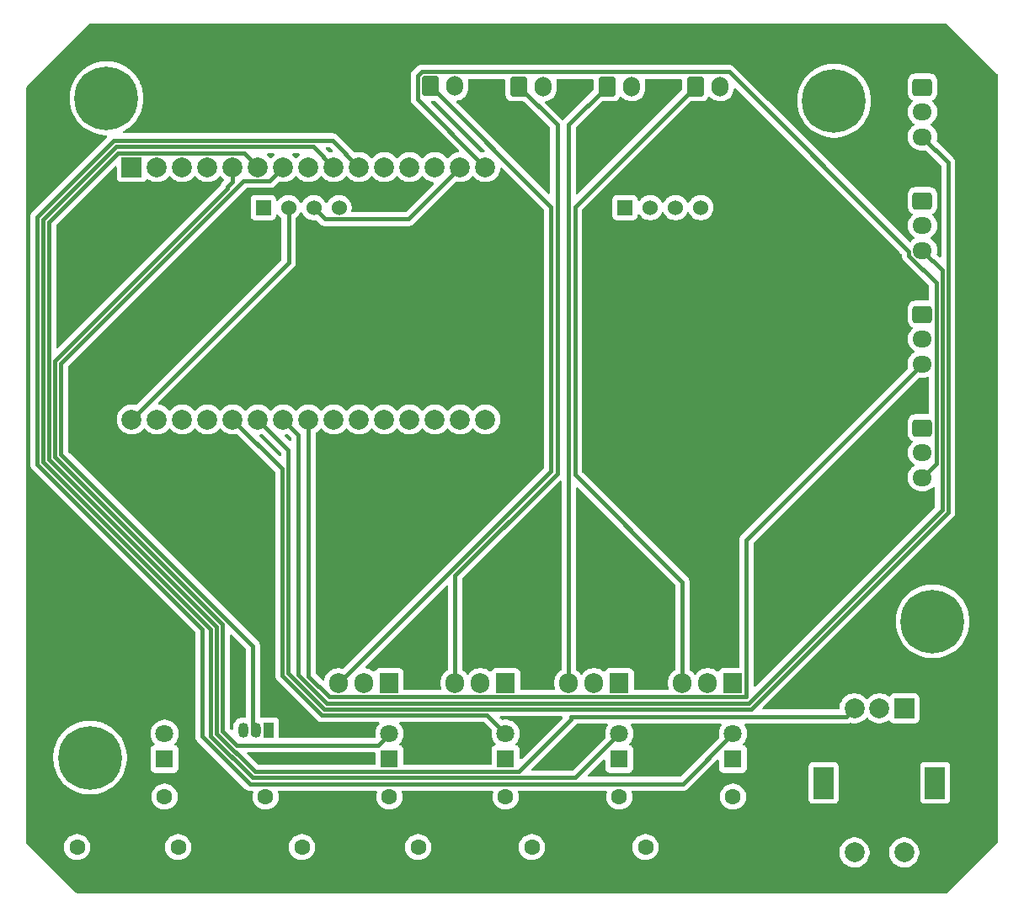
<source format=gbl>
%TF.GenerationSoftware,KiCad,Pcbnew,9.0.0*%
%TF.CreationDate,2025-06-12T21:42:43+02:00*%
%TF.ProjectId,plant_watner_V3.0,706c616e-745f-4776-9174-6e65725f5633,rev?*%
%TF.SameCoordinates,Original*%
%TF.FileFunction,Copper,L2,Bot*%
%TF.FilePolarity,Positive*%
%FSLAX46Y46*%
G04 Gerber Fmt 4.6, Leading zero omitted, Abs format (unit mm)*
G04 Created by KiCad (PCBNEW 9.0.0) date 2025-06-12 21:42:43*
%MOMM*%
%LPD*%
G01*
G04 APERTURE LIST*
G04 Aperture macros list*
%AMRoundRect*
0 Rectangle with rounded corners*
0 $1 Rounding radius*
0 $2 $3 $4 $5 $6 $7 $8 $9 X,Y pos of 4 corners*
0 Add a 4 corners polygon primitive as box body*
4,1,4,$2,$3,$4,$5,$6,$7,$8,$9,$2,$3,0*
0 Add four circle primitives for the rounded corners*
1,1,$1+$1,$2,$3*
1,1,$1+$1,$4,$5*
1,1,$1+$1,$6,$7*
1,1,$1+$1,$8,$9*
0 Add four rect primitives between the rounded corners*
20,1,$1+$1,$2,$3,$4,$5,0*
20,1,$1+$1,$4,$5,$6,$7,0*
20,1,$1+$1,$6,$7,$8,$9,0*
20,1,$1+$1,$8,$9,$2,$3,0*%
%AMHorizOval*
0 Thick line with rounded ends*
0 $1 width*
0 $2 $3 position (X,Y) of the first rounded end (center of the circle)*
0 $4 $5 position (X,Y) of the second rounded end (center of the circle)*
0 Add line between two ends*
20,1,$1,$2,$3,$4,$5,0*
0 Add two circle primitives to create the rounded ends*
1,1,$1,$2,$3*
1,1,$1,$4,$5*%
G04 Aperture macros list end*
%TA.AperFunction,ComponentPad*%
%ADD10R,1.524000X1.524000*%
%TD*%
%TA.AperFunction,ComponentPad*%
%ADD11C,1.524000*%
%TD*%
%TA.AperFunction,ComponentPad*%
%ADD12R,2.000000X2.000000*%
%TD*%
%TA.AperFunction,ComponentPad*%
%ADD13C,2.000000*%
%TD*%
%TA.AperFunction,ComponentPad*%
%ADD14R,2.000000X3.200000*%
%TD*%
%TA.AperFunction,ComponentPad*%
%ADD15C,6.400000*%
%TD*%
%TA.AperFunction,ComponentPad*%
%ADD16RoundRect,0.250000X-0.600000X-0.750000X0.600000X-0.750000X0.600000X0.750000X-0.600000X0.750000X0*%
%TD*%
%TA.AperFunction,ComponentPad*%
%ADD17O,1.700000X2.000000*%
%TD*%
%TA.AperFunction,ComponentPad*%
%ADD18R,1.800000X1.800000*%
%TD*%
%TA.AperFunction,ComponentPad*%
%ADD19C,1.800000*%
%TD*%
%TA.AperFunction,ComponentPad*%
%ADD20RoundRect,0.250000X-0.725000X0.600000X-0.725000X-0.600000X0.725000X-0.600000X0.725000X0.600000X0*%
%TD*%
%TA.AperFunction,ComponentPad*%
%ADD21O,1.950000X1.700000*%
%TD*%
%TA.AperFunction,ComponentPad*%
%ADD22C,1.600000*%
%TD*%
%TA.AperFunction,ComponentPad*%
%ADD23HorizOval,1.600000X0.000000X0.000000X0.000000X0.000000X0*%
%TD*%
%TA.AperFunction,ComponentPad*%
%ADD24R,1.050000X1.500000*%
%TD*%
%TA.AperFunction,ComponentPad*%
%ADD25O,1.050000X1.500000*%
%TD*%
%TA.AperFunction,ComponentPad*%
%ADD26R,1.905000X2.000000*%
%TD*%
%TA.AperFunction,ComponentPad*%
%ADD27O,1.905000X2.000000*%
%TD*%
%TA.AperFunction,Conductor*%
%ADD28C,0.400000*%
%TD*%
%ADD29C,0.350000*%
%ADD30O,1.500000X2.800000*%
G04 APERTURE END LIST*
D10*
%TO.P,OLED_I2C1,1,GND*%
%TO.N,Net-(J1-Pin_1)*%
X113301500Y-68150500D03*
D11*
%TO.P,OLED_I2C1,2,VCC*%
%TO.N,Net-(ESP1-VIN)*%
X115841500Y-68150500D03*
%TO.P,OLED_I2C1,3,SCL*%
%TO.N,Net-(ESP1-D22)*%
X118381500Y-68150500D03*
%TO.P,OLED_I2C1,4,SDA*%
%TO.N,Net-(ESP1-D21)*%
X120921500Y-68150500D03*
%TD*%
D12*
%TO.P,SW1,A,A*%
%TO.N,Net-(ESP1-D13)*%
X177748000Y-118547000D03*
D13*
%TO.P,SW1,B,B*%
%TO.N,Net-(ESP1-RX2)*%
X172748000Y-118547000D03*
%TO.P,SW1,C,C*%
%TO.N,Net-(J1-Pin_1)*%
X175248000Y-118547000D03*
D14*
%TO.P,SW1,MP*%
%TO.N,N/C*%
X180848000Y-126047001D03*
X169648000Y-126047001D03*
D13*
%TO.P,SW1,S1,S1*%
%TO.N,Net-(ESP1-VIN)*%
X172748000Y-133047000D03*
%TO.P,SW1,S2,S2*%
%TO.N,Net-(ESP1-D32)*%
X177748000Y-133047000D03*
%TD*%
D15*
%TO.P,H2,1*%
%TO.N,N/C*%
X170688000Y-57404000D03*
%TD*%
D16*
%TO.P,J5,1,Pin_1*%
%TO.N,Net-(J5-Pin_1)*%
X130088000Y-55891500D03*
D17*
%TO.P,J5,2,Pin_2*%
%TO.N,Net-(J1-Pin_1)*%
X132588000Y-55891500D03*
%TD*%
D16*
%TO.P,J7,1,Pin_1*%
%TO.N,Net-(J7-Pin_1)*%
X147868000Y-55947000D03*
D17*
%TO.P,J7,2,Pin_2*%
%TO.N,Net-(J1-Pin_1)*%
X150368000Y-55947000D03*
%TD*%
D15*
%TO.P,H3,1*%
%TO.N,N/C*%
X95885000Y-123511000D03*
%TD*%
D18*
%TO.P,ON1,1,K*%
%TO.N,Net-(ON1-K)*%
X103377998Y-123627001D03*
D19*
%TO.P,ON1,2,A*%
%TO.N,Net-(ESP1-D33)*%
X103377998Y-121087001D03*
%TD*%
D16*
%TO.P,J6,1,Pin_1*%
%TO.N,Net-(J6-Pin_1)*%
X138978000Y-55947000D03*
D17*
%TO.P,J6,2,Pin_2*%
%TO.N,Net-(J1-Pin_1)*%
X141478000Y-55947000D03*
%TD*%
D18*
%TO.P,PumpStatus2,1,K*%
%TO.N,Net-(PumpStatus2-K)*%
X137668001Y-123626998D03*
D19*
%TO.P,PumpStatus2,2,A*%
%TO.N,Net-(ESP1-D14)*%
X137668001Y-121086998D03*
%TD*%
D18*
%TO.P,PumpStatus3,1,K*%
%TO.N,Net-(PumpStatus3-K)*%
X149098001Y-123626999D03*
D19*
%TO.P,PumpStatus3,2,A*%
%TO.N,Net-(ESP1-D18)*%
X149098001Y-121086999D03*
%TD*%
D18*
%TO.P,PumpStatus1,1,K*%
%TO.N,Net-(PumpStatus1-K)*%
X125984000Y-123627001D03*
D19*
%TO.P,PumpStatus1,2,A*%
%TO.N,Net-(ESP1-D4)*%
X125984000Y-121087001D03*
%TD*%
D20*
%TO.P,J2,1,Pin_1*%
%TO.N,Net-(J1-Pin_1)*%
X179578000Y-78887000D03*
D21*
%TO.P,J2,2,Pin_2*%
%TO.N,Net-(ESP1-3V3)*%
X179578000Y-81387000D03*
%TO.P,J2,3,Pin_3*%
%TO.N,Net-(ESP1-D25)*%
X179578000Y-83887000D03*
%TD*%
D15*
%TO.P,H4,1*%
%TO.N,N/C*%
X180594000Y-109795000D03*
%TD*%
D20*
%TO.P,J4,1,Pin_1*%
%TO.N,Net-(J1-Pin_1)*%
X179578000Y-56027000D03*
D21*
%TO.P,J4,2,Pin_2*%
%TO.N,Net-(ESP1-3V3)*%
X179578000Y-58527000D03*
%TO.P,J4,3,Pin_3*%
%TO.N,Net-(ESP1-D27)*%
X179578000Y-61027000D03*
%TD*%
D18*
%TO.P,PumpStatus4,1,K*%
%TO.N,Net-(PumpStatus4-K)*%
X160528001Y-123626999D03*
D19*
%TO.P,PumpStatus4,2,A*%
%TO.N,Net-(ESP1-D19)*%
X160528001Y-121086999D03*
%TD*%
D10*
%TO.P,OLED_I2C2,1,GND*%
%TO.N,Net-(J1-Pin_1)*%
X149669500Y-68150500D03*
D11*
%TO.P,OLED_I2C2,2,VCC*%
%TO.N,Net-(ESP1-VIN)*%
X152209500Y-68150500D03*
%TO.P,OLED_I2C2,3,SCL*%
%TO.N,Net-(ESP1-D22)*%
X154749500Y-68150500D03*
%TO.P,OLED_I2C2,4,SDA*%
%TO.N,Net-(ESP1-D21)*%
X157289500Y-68150500D03*
%TD*%
D20*
%TO.P,J3,1,Pin_1*%
%TO.N,Net-(J1-Pin_1)*%
X179578000Y-67457000D03*
D21*
%TO.P,J3,2,Pin_2*%
%TO.N,Net-(ESP1-3V3)*%
X179578000Y-69957000D03*
%TO.P,J3,3,Pin_3*%
%TO.N,Net-(ESP1-D26)*%
X179578000Y-72457000D03*
%TD*%
D16*
%TO.P,J8,1,Pin_1*%
%TO.N,Net-(J8-Pin_1)*%
X156758000Y-55947000D03*
D17*
%TO.P,J8,2,Pin_2*%
%TO.N,Net-(J1-Pin_1)*%
X159258000Y-55947000D03*
%TD*%
D15*
%TO.P,H1,1*%
%TO.N,N/C*%
X97536000Y-57150000D03*
%TD*%
D20*
%TO.P,J1,1,Pin_1*%
%TO.N,Net-(J1-Pin_1)*%
X179578000Y-90317000D03*
D21*
%TO.P,J1,2,Pin_2*%
%TO.N,Net-(ESP1-3V3)*%
X179578000Y-92817000D03*
%TO.P,J1,3,Pin_3*%
%TO.N,Net-(ESP1-D23)*%
X179578000Y-95317000D03*
%TD*%
D22*
%TO.P,R6,1*%
%TO.N,Net-(PumpStatus4-K)*%
X160528000Y-127437000D03*
D23*
%TO.P,R6,2*%
%TO.N,Net-(J1-Pin_1)*%
X151729182Y-132517000D03*
%TD*%
D24*
%TO.P,Temp_sensor1,1,GND*%
%TO.N,Net-(J1-Pin_1)*%
X113849000Y-120719000D03*
D25*
%TO.P,Temp_sensor1,2,DQ*%
%TO.N,Net-(ESP1-TX2)*%
X112579000Y-120719000D03*
%TO.P,Temp_sensor1,3,VDD*%
%TO.N,Net-(ESP1-VIN)*%
X111309000Y-120719000D03*
%TD*%
D22*
%TO.P,R3,1*%
%TO.N,Net-(PumpStatus1-K)*%
X125984000Y-127437000D03*
D23*
%TO.P,R3,2*%
%TO.N,Net-(J1-Pin_1)*%
X117185182Y-132517000D03*
%TD*%
D22*
%TO.P,R2,1*%
%TO.N,Net-(ON1-K)*%
X103378000Y-127437000D03*
D23*
%TO.P,R2,2*%
%TO.N,Net-(J1-Pin_1)*%
X94579182Y-132517000D03*
%TD*%
D22*
%TO.P,R5,1*%
%TO.N,Net-(PumpStatus3-K)*%
X149098000Y-127437000D03*
D23*
%TO.P,R5,2*%
%TO.N,Net-(J1-Pin_1)*%
X140299182Y-132517000D03*
%TD*%
D26*
%TO.P,MOSFET4,1,G*%
%TO.N,Net-(ESP1-D19)*%
X160528000Y-116007000D03*
D27*
%TO.P,MOSFET4,2,D*%
%TO.N,Net-(ESP1-VIN)*%
X157988000Y-116007000D03*
%TO.P,MOSFET4,3,S*%
%TO.N,Net-(J8-Pin_1)*%
X155448000Y-116007000D03*
%TD*%
D26*
%TO.P,MOSFET1,1,G*%
%TO.N,Net-(ESP1-D4)*%
X125954500Y-116007000D03*
D27*
%TO.P,MOSFET1,2,D*%
%TO.N,Net-(ESP1-VIN)*%
X123414500Y-116007000D03*
%TO.P,MOSFET1,3,S*%
%TO.N,Net-(J5-Pin_1)*%
X120874500Y-116007000D03*
%TD*%
D22*
%TO.P,R1,1*%
%TO.N,Net-(ESP1-TX2)*%
X113538000Y-127437000D03*
D23*
%TO.P,R1,2*%
%TO.N,Net-(ESP1-VIN)*%
X104739182Y-132517000D03*
%TD*%
D22*
%TO.P,R4,1*%
%TO.N,Net-(PumpStatus2-K)*%
X137668000Y-127437000D03*
D23*
%TO.P,R4,2*%
%TO.N,Net-(J1-Pin_1)*%
X128869182Y-132517000D03*
%TD*%
D12*
%TO.P,ESP32-DevKit 30 pin,1,3V3*%
%TO.N,Net-(ESP1-3V3)*%
X100076000Y-64075000D03*
D13*
%TO.P,ESP32-DevKit 30 pin,2,GND*%
%TO.N,unconnected-(ESP1-GND-Pad2)*%
X102615999Y-64075000D03*
%TO.P,ESP32-DevKit 30 pin,3,D15*%
%TO.N,unconnected-(ESP1-D15-Pad3)*%
X105156000Y-64075000D03*
%TO.P,ESP32-DevKit 30 pin,4,D2*%
%TO.N,unconnected-(ESP1-D2-Pad4)*%
X107695999Y-64075000D03*
%TO.P,ESP32-DevKit 30 pin,5,D4*%
%TO.N,Net-(ESP1-D4)*%
X110236000Y-64075000D03*
%TO.P,ESP32-DevKit 30 pin,6,RX2*%
%TO.N,Net-(ESP1-RX2)*%
X112775999Y-64075000D03*
%TO.P,ESP32-DevKit 30 pin,7,TX2*%
%TO.N,Net-(ESP1-TX2)*%
X115316000Y-64075000D03*
%TO.P,ESP32-DevKit 30 pin,8,D5*%
%TO.N,unconnected-(ESP1-D5-Pad8)*%
X117856000Y-64074999D03*
%TO.P,ESP32-DevKit 30 pin,9,D18*%
%TO.N,Net-(ESP1-D18)*%
X120396000Y-64075000D03*
%TO.P,ESP32-DevKit 30 pin,10,D19*%
%TO.N,Net-(ESP1-D19)*%
X122936000Y-64074999D03*
%TO.P,ESP32-DevKit 30 pin,11,D21*%
%TO.N,Net-(ESP1-D21)*%
X125476000Y-64075000D03*
%TO.P,ESP32-DevKit 30 pin,12,RX0*%
%TO.N,unconnected-(ESP1-RX0-Pad12)*%
X128016000Y-64074999D03*
%TO.P,ESP32-DevKit 30 pin,13,TX0*%
%TO.N,unconnected-(ESP1-TX0-Pad13)*%
X130556000Y-64075000D03*
%TO.P,ESP32-DevKit 30 pin,14,D22*%
%TO.N,Net-(ESP1-D22)*%
X133096000Y-64075000D03*
%TO.P,ESP32-DevKit 30 pin,15,D23*%
%TO.N,Net-(ESP1-D23)*%
X135636000Y-64075000D03*
%TO.P,ESP32-DevKit 30 pin,16,EN*%
%TO.N,unconnected-(ESP1-EN-Pad16)*%
X135636000Y-89475000D03*
%TO.P,ESP32-DevKit 30 pin,17,VP*%
%TO.N,unconnected-(ESP1-VP-Pad17)*%
X133096000Y-89475000D03*
%TO.P,ESP32-DevKit 30 pin,18,VN*%
%TO.N,unconnected-(ESP1-VN-Pad18)*%
X130556000Y-89475000D03*
%TO.P,ESP32-DevKit 30 pin,19,D34*%
%TO.N,unconnected-(ESP1-D34-Pad19)*%
X128016000Y-89475001D03*
%TO.P,ESP32-DevKit 30 pin,20,D35*%
%TO.N,unconnected-(ESP1-D35-Pad20)*%
X125476000Y-89475000D03*
%TO.P,ESP32-DevKit 30 pin,21,D32*%
%TO.N,Net-(ESP1-D32)*%
X122936001Y-89475000D03*
%TO.P,ESP32-DevKit 30 pin,22,D33*%
%TO.N,Net-(ESP1-D33)*%
X120396000Y-89475000D03*
%TO.P,ESP32-DevKit 30 pin,23,D25*%
%TO.N,Net-(ESP1-D25)*%
X117856001Y-89475000D03*
%TO.P,ESP32-DevKit 30 pin,24,D26*%
%TO.N,Net-(ESP1-D26)*%
X115316000Y-89475000D03*
%TO.P,ESP32-DevKit 30 pin,25,D27*%
%TO.N,Net-(ESP1-D27)*%
X112776000Y-89475001D03*
%TO.P,ESP32-DevKit 30 pin,26,D14*%
%TO.N,Net-(ESP1-D14)*%
X110236000Y-89475000D03*
%TO.P,ESP32-DevKit 30 pin,27,D12*%
%TO.N,unconnected-(ESP1-D12-Pad27)*%
X107696000Y-89475001D03*
%TO.P,ESP32-DevKit 30 pin,28,D13*%
%TO.N,Net-(ESP1-D13)*%
X105156000Y-89475000D03*
%TO.P,ESP32-DevKit 30 pin,29,GND*%
%TO.N,Net-(J1-Pin_1)*%
X102616000Y-89475001D03*
%TO.P,ESP32-DevKit 30 pin,30,VIN*%
%TO.N,Net-(ESP1-VIN)*%
X100076000Y-89475000D03*
%TD*%
D26*
%TO.P,MOSFET2,1,G*%
%TO.N,Net-(ESP1-D14)*%
X137668000Y-116007000D03*
D27*
%TO.P,MOSFET2,2,D*%
%TO.N,Net-(ESP1-VIN)*%
X135128000Y-116007000D03*
%TO.P,MOSFET2,3,S*%
%TO.N,Net-(J6-Pin_1)*%
X132588000Y-116007000D03*
%TD*%
D26*
%TO.P,MOSFET3,1,G*%
%TO.N,Net-(ESP1-D18)*%
X149098000Y-116007000D03*
D27*
%TO.P,MOSFET3,2,D*%
%TO.N,Net-(ESP1-VIN)*%
X146558000Y-116007000D03*
%TO.P,MOSFET3,3,S*%
%TO.N,Net-(J7-Pin_1)*%
X144018000Y-116007000D03*
%TD*%
D28*
%TO.N,Net-(ESP1-D22)*%
X119544500Y-69313500D02*
X127857500Y-69313500D01*
X127857500Y-69313500D02*
X133096000Y-64075000D01*
X118381500Y-68150500D02*
X119544500Y-69313500D01*
%TO.N,Net-(ESP1-D14)*%
X135792003Y-119211000D02*
X119201174Y-119211000D01*
X119201174Y-119211000D02*
X115223000Y-115232826D01*
X137668001Y-121086998D02*
X135792003Y-119211000D01*
X115223000Y-94462000D02*
X110236000Y-89475000D01*
X115223000Y-115232826D02*
X115223000Y-94462000D01*
%TO.N,Net-(ESP1-D25)*%
X117856001Y-115316001D02*
X117856001Y-89475000D01*
X119948000Y-117408000D02*
X117856001Y-115316001D01*
X161881500Y-101583500D02*
X161881500Y-117408000D01*
X179578000Y-83887000D02*
X161881500Y-101583500D01*
X161881500Y-117408000D02*
X119948000Y-117408000D01*
%TO.N,Net-(ESP1-D27)*%
X119450116Y-118610000D02*
X115824000Y-114983884D01*
X182156000Y-98833384D02*
X162379384Y-118610000D01*
X179578000Y-61027000D02*
X182156000Y-63605000D01*
X162379384Y-118610000D02*
X119450116Y-118610000D01*
X115824000Y-92523001D02*
X112776000Y-89475001D01*
X182156000Y-63605000D02*
X182156000Y-98833384D01*
X115824000Y-114983884D02*
X115824000Y-92523001D01*
%TO.N,Net-(ESP1-RX2)*%
X112454497Y-124928001D02*
X108619000Y-121092504D01*
X91762000Y-69587000D02*
X98675000Y-62674000D01*
X108619000Y-121092504D02*
X108619000Y-110318884D01*
X98675000Y-62674000D02*
X111374999Y-62674000D01*
X108619000Y-110318884D02*
X91762000Y-93461884D01*
X172748000Y-118547000D02*
X171915000Y-119380000D01*
X138968998Y-124928001D02*
X112454497Y-124928001D01*
X144272000Y-119380000D02*
X144272000Y-119624999D01*
X144272000Y-119624999D02*
X138968998Y-124928001D01*
X91762000Y-91948000D02*
X91762000Y-69587000D01*
X91762000Y-93461884D02*
X91762000Y-91948000D01*
X111374999Y-62674000D02*
X112775999Y-64075000D01*
X171915000Y-119380000D02*
X144272000Y-119380000D01*
%TO.N,Net-(ESP1-D23)*%
X178202000Y-72975181D02*
X178202000Y-72538000D01*
X180954000Y-75727181D02*
X178202000Y-72975181D01*
X128837000Y-57276000D02*
X135636000Y-64075000D01*
X179578000Y-95317000D02*
X180954000Y-93941000D01*
X178202000Y-72538000D02*
X160154500Y-54490500D01*
X128837000Y-54864920D02*
X128837000Y-57276000D01*
X129211420Y-54490500D02*
X128837000Y-54864920D01*
X180954000Y-93941000D02*
X180954000Y-75727181D01*
X160154500Y-54490500D02*
X129211420Y-54490500D01*
%TO.N,Net-(ESP1-D19)*%
X90560000Y-93959768D02*
X90560000Y-69089116D01*
X155484999Y-126130001D02*
X111956613Y-126130001D01*
X111956613Y-126130001D02*
X107188000Y-121361388D01*
X120236001Y-61375000D02*
X122936000Y-64074999D01*
X107188000Y-110587768D02*
X90560000Y-93959768D01*
X90560000Y-69089116D02*
X98274116Y-61375000D01*
X160528001Y-121086999D02*
X155484999Y-126130001D01*
X107188000Y-121361388D02*
X107188000Y-110587768D01*
X98274116Y-61375000D02*
X120236001Y-61375000D01*
%TO.N,Net-(ESP1-D26)*%
X162130442Y-118009000D02*
X119699058Y-118009000D01*
X181555000Y-98584442D02*
X162130442Y-118009000D01*
X181555000Y-74434000D02*
X181555000Y-98584442D01*
X116840000Y-90999000D02*
X115316000Y-89475000D01*
X179578000Y-72457000D02*
X181555000Y-74434000D01*
X116840000Y-115149942D02*
X116840000Y-90999000D01*
X119699058Y-118009000D02*
X116840000Y-115149942D01*
%TO.N,Net-(ESP1-D18)*%
X108018000Y-121341446D02*
X108018000Y-110567826D01*
X91161000Y-93710826D02*
X91161000Y-69338058D01*
X112205555Y-125529001D02*
X108018000Y-121341446D01*
X144655999Y-125529001D02*
X112205555Y-125529001D01*
X108018000Y-110567826D02*
X91161000Y-93710826D01*
X149098001Y-121086999D02*
X144655999Y-125529001D01*
X118297000Y-61976000D02*
X120396000Y-64075000D01*
X98523058Y-61976000D02*
X118297000Y-61976000D01*
X91161000Y-69338058D02*
X98523058Y-61976000D01*
%TO.N,Net-(ESP1-VIN)*%
X115841500Y-73709500D02*
X115841500Y-68150500D01*
X100076000Y-89475000D02*
X115841500Y-73709500D01*
%TO.N,Net-(ESP1-TX2)*%
X92964000Y-83820000D02*
X111308000Y-65476000D01*
X111308000Y-65476000D02*
X113915000Y-65476000D01*
X112268000Y-112268000D02*
X92964000Y-92964000D01*
X92964000Y-92964000D02*
X92964000Y-83820000D01*
X112268000Y-121087000D02*
X112268000Y-112268000D01*
X113915000Y-65476000D02*
X115316000Y-64075000D01*
%TO.N,Net-(ESP1-D4)*%
X92363000Y-83571058D02*
X109728000Y-66206058D01*
X110236000Y-65532000D02*
X110236000Y-64075000D01*
X110614438Y-122238000D02*
X109220000Y-120843562D01*
X109220000Y-110069942D02*
X92363000Y-93212942D01*
X109728000Y-66040000D02*
X110236000Y-65532000D01*
X125984000Y-121087001D02*
X124833001Y-122238000D01*
X92363000Y-93212942D02*
X92363000Y-83571058D01*
X109728000Y-66206058D02*
X109728000Y-66040000D01*
X124833001Y-122238000D02*
X110614438Y-122238000D01*
X109220000Y-120843562D02*
X109220000Y-110069942D01*
%TO.N,Net-(J5-Pin_1)*%
X142240000Y-94641500D02*
X142240000Y-68072000D01*
X120874500Y-116007000D02*
X142240000Y-94641500D01*
X130088000Y-55920000D02*
X130088000Y-55891500D01*
X142240000Y-68072000D02*
X130088000Y-55920000D01*
%TO.N,Net-(J6-Pin_1)*%
X132588000Y-116007000D02*
X132588000Y-105156000D01*
X142841000Y-94903000D02*
X142841000Y-59810000D01*
X132588000Y-105156000D02*
X142841000Y-94903000D01*
X142841000Y-59810000D02*
X138978000Y-55947000D01*
%TO.N,Net-(J7-Pin_1)*%
X144018000Y-59797000D02*
X147868000Y-55947000D01*
X144018000Y-116007000D02*
X144018000Y-59797000D01*
%TO.N,Net-(J8-Pin_1)*%
X144619000Y-68086000D02*
X156758000Y-55947000D01*
X155448000Y-105825000D02*
X144619000Y-94996000D01*
X144619000Y-94996000D02*
X144619000Y-68086000D01*
X155448000Y-116007000D02*
X155448000Y-105825000D01*
%TD*%
%TA.AperFunction,NonConductor*%
G36*
X182102404Y-49692185D02*
G01*
X182123046Y-49708819D01*
X187086181Y-54671954D01*
X187119666Y-54733277D01*
X187122500Y-54759635D01*
X187122500Y-132064365D01*
X187102815Y-132131404D01*
X187086181Y-132152046D01*
X182123046Y-137115181D01*
X182061723Y-137148666D01*
X182035365Y-137151500D01*
X94570635Y-137151500D01*
X94503596Y-137131815D01*
X94482954Y-137115181D01*
X89781792Y-132414019D01*
X93270682Y-132414019D01*
X93270682Y-132619980D01*
X93302901Y-132823408D01*
X93366549Y-133019294D01*
X93460055Y-133202806D01*
X93581108Y-133369423D01*
X93581112Y-133369428D01*
X93726753Y-133515069D01*
X93726758Y-133515073D01*
X93872090Y-133620661D01*
X93893379Y-133636129D01*
X94010310Y-133695709D01*
X94076887Y-133729632D01*
X94076889Y-133729632D01*
X94076892Y-133729634D01*
X94181889Y-133763749D01*
X94272773Y-133793280D01*
X94374487Y-133809390D01*
X94476201Y-133825500D01*
X94476202Y-133825500D01*
X94682162Y-133825500D01*
X94682163Y-133825500D01*
X94885590Y-133793280D01*
X95081472Y-133729634D01*
X95264985Y-133636129D01*
X95431612Y-133515068D01*
X95577250Y-133369430D01*
X95698311Y-133202803D01*
X95791816Y-133019290D01*
X95855462Y-132823408D01*
X95887682Y-132619981D01*
X95887682Y-132414019D01*
X103430682Y-132414019D01*
X103430682Y-132619980D01*
X103462901Y-132823408D01*
X103526549Y-133019294D01*
X103620055Y-133202806D01*
X103741108Y-133369423D01*
X103741112Y-133369428D01*
X103886753Y-133515069D01*
X103886758Y-133515073D01*
X104032090Y-133620661D01*
X104053379Y-133636129D01*
X104170310Y-133695709D01*
X104236887Y-133729632D01*
X104236889Y-133729632D01*
X104236892Y-133729634D01*
X104341889Y-133763749D01*
X104432773Y-133793280D01*
X104534487Y-133809390D01*
X104636201Y-133825500D01*
X104636202Y-133825500D01*
X104842162Y-133825500D01*
X104842163Y-133825500D01*
X105045590Y-133793280D01*
X105241472Y-133729634D01*
X105424985Y-133636129D01*
X105591612Y-133515068D01*
X105737250Y-133369430D01*
X105858311Y-133202803D01*
X105951816Y-133019290D01*
X106015462Y-132823408D01*
X106047682Y-132619981D01*
X106047682Y-132414019D01*
X115876682Y-132414019D01*
X115876682Y-132619980D01*
X115908901Y-132823408D01*
X115972549Y-133019294D01*
X116066055Y-133202806D01*
X116187108Y-133369423D01*
X116187112Y-133369428D01*
X116332753Y-133515069D01*
X116332758Y-133515073D01*
X116478090Y-133620661D01*
X116499379Y-133636129D01*
X116616310Y-133695709D01*
X116682887Y-133729632D01*
X116682889Y-133729632D01*
X116682892Y-133729634D01*
X116787889Y-133763749D01*
X116878773Y-133793280D01*
X116980487Y-133809390D01*
X117082201Y-133825500D01*
X117082202Y-133825500D01*
X117288162Y-133825500D01*
X117288163Y-133825500D01*
X117491590Y-133793280D01*
X117687472Y-133729634D01*
X117870985Y-133636129D01*
X118037612Y-133515068D01*
X118183250Y-133369430D01*
X118304311Y-133202803D01*
X118397816Y-133019290D01*
X118461462Y-132823408D01*
X118493682Y-132619981D01*
X118493682Y-132414019D01*
X127560682Y-132414019D01*
X127560682Y-132619980D01*
X127592901Y-132823408D01*
X127656549Y-133019294D01*
X127750055Y-133202806D01*
X127871108Y-133369423D01*
X127871112Y-133369428D01*
X128016753Y-133515069D01*
X128016758Y-133515073D01*
X128162090Y-133620661D01*
X128183379Y-133636129D01*
X128300310Y-133695709D01*
X128366887Y-133729632D01*
X128366889Y-133729632D01*
X128366892Y-133729634D01*
X128471889Y-133763749D01*
X128562773Y-133793280D01*
X128664487Y-133809390D01*
X128766201Y-133825500D01*
X128766202Y-133825500D01*
X128972162Y-133825500D01*
X128972163Y-133825500D01*
X129175590Y-133793280D01*
X129371472Y-133729634D01*
X129554985Y-133636129D01*
X129721612Y-133515068D01*
X129867250Y-133369430D01*
X129988311Y-133202803D01*
X130081816Y-133019290D01*
X130145462Y-132823408D01*
X130177682Y-132619981D01*
X130177682Y-132414019D01*
X138990682Y-132414019D01*
X138990682Y-132619980D01*
X139022901Y-132823408D01*
X139086549Y-133019294D01*
X139180055Y-133202806D01*
X139301108Y-133369423D01*
X139301112Y-133369428D01*
X139446753Y-133515069D01*
X139446758Y-133515073D01*
X139592090Y-133620661D01*
X139613379Y-133636129D01*
X139730310Y-133695709D01*
X139796887Y-133729632D01*
X139796889Y-133729632D01*
X139796892Y-133729634D01*
X139901889Y-133763749D01*
X139992773Y-133793280D01*
X140094487Y-133809390D01*
X140196201Y-133825500D01*
X140196202Y-133825500D01*
X140402162Y-133825500D01*
X140402163Y-133825500D01*
X140605590Y-133793280D01*
X140801472Y-133729634D01*
X140984985Y-133636129D01*
X141151612Y-133515068D01*
X141297250Y-133369430D01*
X141418311Y-133202803D01*
X141511816Y-133019290D01*
X141575462Y-132823408D01*
X141607682Y-132619981D01*
X141607682Y-132414019D01*
X150420682Y-132414019D01*
X150420682Y-132619980D01*
X150452901Y-132823408D01*
X150516549Y-133019294D01*
X150610055Y-133202806D01*
X150731108Y-133369423D01*
X150731112Y-133369428D01*
X150876753Y-133515069D01*
X150876758Y-133515073D01*
X151022090Y-133620661D01*
X151043379Y-133636129D01*
X151160310Y-133695709D01*
X151226887Y-133729632D01*
X151226889Y-133729632D01*
X151226892Y-133729634D01*
X151331889Y-133763749D01*
X151422773Y-133793280D01*
X151524487Y-133809390D01*
X151626201Y-133825500D01*
X151626202Y-133825500D01*
X151832162Y-133825500D01*
X151832163Y-133825500D01*
X152035590Y-133793280D01*
X152231472Y-133729634D01*
X152414985Y-133636129D01*
X152581612Y-133515068D01*
X152727250Y-133369430D01*
X152848311Y-133202803D01*
X152941816Y-133019290D01*
X152971390Y-132928272D01*
X171239500Y-132928272D01*
X171239500Y-133165727D01*
X171276643Y-133400241D01*
X171350019Y-133626067D01*
X171435219Y-133793280D01*
X171457815Y-133837627D01*
X171597380Y-134029722D01*
X171765278Y-134197620D01*
X171957373Y-134337185D01*
X172057328Y-134388114D01*
X172168932Y-134444980D01*
X172168934Y-134444980D01*
X172168937Y-134444982D01*
X172289984Y-134484312D01*
X172394758Y-134518356D01*
X172629273Y-134555500D01*
X172629278Y-134555500D01*
X172866727Y-134555500D01*
X173101241Y-134518356D01*
X173327063Y-134444982D01*
X173538627Y-134337185D01*
X173730722Y-134197620D01*
X173898620Y-134029722D01*
X174038185Y-133837627D01*
X174145982Y-133626063D01*
X174219356Y-133400241D01*
X174224237Y-133369423D01*
X174256500Y-133165727D01*
X174256500Y-132928272D01*
X176239500Y-132928272D01*
X176239500Y-133165727D01*
X176276643Y-133400241D01*
X176350019Y-133626067D01*
X176435219Y-133793280D01*
X176457815Y-133837627D01*
X176597380Y-134029722D01*
X176765278Y-134197620D01*
X176957373Y-134337185D01*
X177057328Y-134388114D01*
X177168932Y-134444980D01*
X177168934Y-134444980D01*
X177168937Y-134444982D01*
X177289984Y-134484312D01*
X177394758Y-134518356D01*
X177629273Y-134555500D01*
X177629278Y-134555500D01*
X177866727Y-134555500D01*
X178101241Y-134518356D01*
X178327063Y-134444982D01*
X178538627Y-134337185D01*
X178730722Y-134197620D01*
X178898620Y-134029722D01*
X179038185Y-133837627D01*
X179145982Y-133626063D01*
X179219356Y-133400241D01*
X179224237Y-133369423D01*
X179256500Y-133165727D01*
X179256500Y-132928272D01*
X179219356Y-132693758D01*
X179145980Y-132467932D01*
X179038184Y-132256372D01*
X178962387Y-132152046D01*
X178898620Y-132064278D01*
X178730722Y-131896380D01*
X178538627Y-131756815D01*
X178327067Y-131649019D01*
X178101241Y-131575643D01*
X177866727Y-131538500D01*
X177866722Y-131538500D01*
X177629278Y-131538500D01*
X177629273Y-131538500D01*
X177394758Y-131575643D01*
X177168932Y-131649019D01*
X176957372Y-131756815D01*
X176765275Y-131896382D01*
X176597382Y-132064275D01*
X176457815Y-132256372D01*
X176350019Y-132467932D01*
X176276643Y-132693758D01*
X176239500Y-132928272D01*
X174256500Y-132928272D01*
X174219356Y-132693758D01*
X174145980Y-132467932D01*
X174038184Y-132256372D01*
X173962387Y-132152046D01*
X173898620Y-132064278D01*
X173730722Y-131896380D01*
X173538627Y-131756815D01*
X173327067Y-131649019D01*
X173101241Y-131575643D01*
X172866727Y-131538500D01*
X172866722Y-131538500D01*
X172629278Y-131538500D01*
X172629273Y-131538500D01*
X172394758Y-131575643D01*
X172168932Y-131649019D01*
X171957372Y-131756815D01*
X171765275Y-131896382D01*
X171597382Y-132064275D01*
X171457815Y-132256372D01*
X171350019Y-132467932D01*
X171276643Y-132693758D01*
X171239500Y-132928272D01*
X152971390Y-132928272D01*
X153005462Y-132823408D01*
X153037682Y-132619981D01*
X153037682Y-132414019D01*
X153005462Y-132210592D01*
X152941816Y-132014710D01*
X152941814Y-132014707D01*
X152941814Y-132014705D01*
X152907891Y-131948128D01*
X152848311Y-131831197D01*
X152794270Y-131756815D01*
X152727255Y-131664576D01*
X152727251Y-131664571D01*
X152581610Y-131518930D01*
X152581605Y-131518926D01*
X152414988Y-131397873D01*
X152414987Y-131397872D01*
X152414985Y-131397871D01*
X152357678Y-131368671D01*
X152231476Y-131304367D01*
X152035590Y-131240719D01*
X151859976Y-131212905D01*
X151832163Y-131208500D01*
X151626201Y-131208500D01*
X151601732Y-131212375D01*
X151422773Y-131240719D01*
X151226887Y-131304367D01*
X151043375Y-131397873D01*
X150876758Y-131518926D01*
X150876753Y-131518930D01*
X150731112Y-131664571D01*
X150731108Y-131664576D01*
X150610055Y-131831193D01*
X150516549Y-132014705D01*
X150452901Y-132210591D01*
X150420682Y-132414019D01*
X141607682Y-132414019D01*
X141575462Y-132210592D01*
X141511816Y-132014710D01*
X141511814Y-132014707D01*
X141511814Y-132014705D01*
X141477891Y-131948128D01*
X141418311Y-131831197D01*
X141364270Y-131756815D01*
X141297255Y-131664576D01*
X141297251Y-131664571D01*
X141151610Y-131518930D01*
X141151605Y-131518926D01*
X140984988Y-131397873D01*
X140984987Y-131397872D01*
X140984985Y-131397871D01*
X140927678Y-131368671D01*
X140801476Y-131304367D01*
X140605590Y-131240719D01*
X140429976Y-131212905D01*
X140402163Y-131208500D01*
X140196201Y-131208500D01*
X140171732Y-131212375D01*
X139992773Y-131240719D01*
X139796887Y-131304367D01*
X139613375Y-131397873D01*
X139446758Y-131518926D01*
X139446753Y-131518930D01*
X139301112Y-131664571D01*
X139301108Y-131664576D01*
X139180055Y-131831193D01*
X139086549Y-132014705D01*
X139022901Y-132210591D01*
X138990682Y-132414019D01*
X130177682Y-132414019D01*
X130145462Y-132210592D01*
X130081816Y-132014710D01*
X130081814Y-132014707D01*
X130081814Y-132014705D01*
X130047891Y-131948128D01*
X129988311Y-131831197D01*
X129934270Y-131756815D01*
X129867255Y-131664576D01*
X129867251Y-131664571D01*
X129721610Y-131518930D01*
X129721605Y-131518926D01*
X129554988Y-131397873D01*
X129554987Y-131397872D01*
X129554985Y-131397871D01*
X129497678Y-131368671D01*
X129371476Y-131304367D01*
X129175590Y-131240719D01*
X128999976Y-131212905D01*
X128972163Y-131208500D01*
X128766201Y-131208500D01*
X128741732Y-131212375D01*
X128562773Y-131240719D01*
X128366887Y-131304367D01*
X128183375Y-131397873D01*
X128016758Y-131518926D01*
X128016753Y-131518930D01*
X127871112Y-131664571D01*
X127871108Y-131664576D01*
X127750055Y-131831193D01*
X127656549Y-132014705D01*
X127592901Y-132210591D01*
X127560682Y-132414019D01*
X118493682Y-132414019D01*
X118461462Y-132210592D01*
X118397816Y-132014710D01*
X118397814Y-132014707D01*
X118397814Y-132014705D01*
X118363891Y-131948128D01*
X118304311Y-131831197D01*
X118250270Y-131756815D01*
X118183255Y-131664576D01*
X118183251Y-131664571D01*
X118037610Y-131518930D01*
X118037605Y-131518926D01*
X117870988Y-131397873D01*
X117870987Y-131397872D01*
X117870985Y-131397871D01*
X117813678Y-131368671D01*
X117687476Y-131304367D01*
X117491590Y-131240719D01*
X117315976Y-131212905D01*
X117288163Y-131208500D01*
X117082201Y-131208500D01*
X117057732Y-131212375D01*
X116878773Y-131240719D01*
X116682887Y-131304367D01*
X116499375Y-131397873D01*
X116332758Y-131518926D01*
X116332753Y-131518930D01*
X116187112Y-131664571D01*
X116187108Y-131664576D01*
X116066055Y-131831193D01*
X115972549Y-132014705D01*
X115908901Y-132210591D01*
X115876682Y-132414019D01*
X106047682Y-132414019D01*
X106015462Y-132210592D01*
X105951816Y-132014710D01*
X105951814Y-132014707D01*
X105951814Y-132014705D01*
X105917891Y-131948128D01*
X105858311Y-131831197D01*
X105804270Y-131756815D01*
X105737255Y-131664576D01*
X105737251Y-131664571D01*
X105591610Y-131518930D01*
X105591605Y-131518926D01*
X105424988Y-131397873D01*
X105424987Y-131397872D01*
X105424985Y-131397871D01*
X105367678Y-131368671D01*
X105241476Y-131304367D01*
X105045590Y-131240719D01*
X104869976Y-131212905D01*
X104842163Y-131208500D01*
X104636201Y-131208500D01*
X104611732Y-131212375D01*
X104432773Y-131240719D01*
X104236887Y-131304367D01*
X104053375Y-131397873D01*
X103886758Y-131518926D01*
X103886753Y-131518930D01*
X103741112Y-131664571D01*
X103741108Y-131664576D01*
X103620055Y-131831193D01*
X103526549Y-132014705D01*
X103462901Y-132210591D01*
X103430682Y-132414019D01*
X95887682Y-132414019D01*
X95855462Y-132210592D01*
X95791816Y-132014710D01*
X95791814Y-132014707D01*
X95791814Y-132014705D01*
X95757891Y-131948128D01*
X95698311Y-131831197D01*
X95644270Y-131756815D01*
X95577255Y-131664576D01*
X95577251Y-131664571D01*
X95431610Y-131518930D01*
X95431605Y-131518926D01*
X95264988Y-131397873D01*
X95264987Y-131397872D01*
X95264985Y-131397871D01*
X95207678Y-131368671D01*
X95081476Y-131304367D01*
X94885590Y-131240719D01*
X94709976Y-131212905D01*
X94682163Y-131208500D01*
X94476201Y-131208500D01*
X94451732Y-131212375D01*
X94272773Y-131240719D01*
X94076887Y-131304367D01*
X93893375Y-131397873D01*
X93726758Y-131518926D01*
X93726753Y-131518930D01*
X93581112Y-131664571D01*
X93581108Y-131664576D01*
X93460055Y-131831193D01*
X93366549Y-132014705D01*
X93302901Y-132210591D01*
X93270682Y-132414019D01*
X89781792Y-132414019D01*
X89519819Y-132152046D01*
X89486334Y-132090723D01*
X89483500Y-132064365D01*
X89483500Y-127334019D01*
X102069500Y-127334019D01*
X102069500Y-127539980D01*
X102101719Y-127743408D01*
X102165367Y-127939294D01*
X102258873Y-128122806D01*
X102379926Y-128289423D01*
X102379930Y-128289428D01*
X102525571Y-128435069D01*
X102525576Y-128435073D01*
X102670908Y-128540661D01*
X102692197Y-128556129D01*
X102809128Y-128615709D01*
X102875705Y-128649632D01*
X102875707Y-128649632D01*
X102875710Y-128649634D01*
X102980707Y-128683749D01*
X103071591Y-128713280D01*
X103173305Y-128729390D01*
X103275019Y-128745500D01*
X103275020Y-128745500D01*
X103480980Y-128745500D01*
X103480981Y-128745500D01*
X103684408Y-128713280D01*
X103880290Y-128649634D01*
X104063803Y-128556129D01*
X104230430Y-128435068D01*
X104376068Y-128289430D01*
X104497129Y-128122803D01*
X104590634Y-127939290D01*
X104654280Y-127743408D01*
X104686500Y-127539981D01*
X104686500Y-127334019D01*
X104654280Y-127130592D01*
X104590634Y-126934710D01*
X104590632Y-126934707D01*
X104590632Y-126934705D01*
X104541613Y-126838501D01*
X104497129Y-126751197D01*
X104445641Y-126680329D01*
X104376073Y-126584576D01*
X104376069Y-126584571D01*
X104230428Y-126438930D01*
X104230423Y-126438926D01*
X104063806Y-126317873D01*
X104063805Y-126317872D01*
X104063803Y-126317871D01*
X103954408Y-126262131D01*
X103880294Y-126224367D01*
X103684408Y-126160719D01*
X103508794Y-126132905D01*
X103480981Y-126128500D01*
X103275019Y-126128500D01*
X103250550Y-126132375D01*
X103071591Y-126160719D01*
X102875705Y-126224367D01*
X102692193Y-126317873D01*
X102525576Y-126438926D01*
X102525571Y-126438930D01*
X102379930Y-126584571D01*
X102379926Y-126584576D01*
X102258873Y-126751193D01*
X102165367Y-126934705D01*
X102101719Y-127130591D01*
X102069500Y-127334019D01*
X89483500Y-127334019D01*
X89483500Y-123328813D01*
X92176500Y-123328813D01*
X92176500Y-123693187D01*
X92179389Y-123722521D01*
X92212213Y-124055795D01*
X92212216Y-124055812D01*
X92283295Y-124413158D01*
X92283298Y-124413169D01*
X92389074Y-124761868D01*
X92528514Y-125098502D01*
X92528516Y-125098507D01*
X92700271Y-125419837D01*
X92700282Y-125419855D01*
X92902707Y-125722806D01*
X92902717Y-125722820D01*
X93133873Y-126004485D01*
X93391514Y-126262126D01*
X93391519Y-126262130D01*
X93391520Y-126262131D01*
X93673185Y-126493287D01*
X93976151Y-126695722D01*
X93976160Y-126695727D01*
X93976162Y-126695728D01*
X94297492Y-126867483D01*
X94297494Y-126867483D01*
X94297500Y-126867487D01*
X94502665Y-126952469D01*
X94634131Y-127006925D01*
X94634135Y-127006926D01*
X94634137Y-127006927D01*
X94982821Y-127112699D01*
X94982827Y-127112700D01*
X94982830Y-127112701D01*
X94982841Y-127112704D01*
X95206927Y-127157276D01*
X95340194Y-127183785D01*
X95702813Y-127219500D01*
X95702816Y-127219500D01*
X96067184Y-127219500D01*
X96067187Y-127219500D01*
X96429806Y-127183785D01*
X96606696Y-127148599D01*
X96787158Y-127112704D01*
X96787169Y-127112701D01*
X96787169Y-127112700D01*
X96787179Y-127112699D01*
X97135863Y-127006927D01*
X97472500Y-126867487D01*
X97793849Y-126695722D01*
X98096815Y-126493287D01*
X98378480Y-126262131D01*
X98636131Y-126004480D01*
X98867287Y-125722815D01*
X99069722Y-125419849D01*
X99241487Y-125098500D01*
X99380927Y-124761863D01*
X99486699Y-124413179D01*
X99486701Y-124413169D01*
X99486704Y-124413158D01*
X99528945Y-124200796D01*
X99557785Y-124055806D01*
X99593500Y-123693187D01*
X99593500Y-123328813D01*
X99557785Y-122966194D01*
X99500532Y-122678363D01*
X99486704Y-122608841D01*
X99486701Y-122608830D01*
X99486700Y-122608827D01*
X99486699Y-122608821D01*
X99380927Y-122260137D01*
X99376833Y-122250254D01*
X99292389Y-122046388D01*
X99241487Y-121923500D01*
X99188951Y-121825213D01*
X99069728Y-121602162D01*
X99069727Y-121602160D01*
X99069722Y-121602151D01*
X98867287Y-121299185D01*
X98636131Y-121017520D01*
X98636130Y-121017519D01*
X98636126Y-121017514D01*
X98594762Y-120976150D01*
X101969498Y-120976150D01*
X101969498Y-121197851D01*
X102004180Y-121416825D01*
X102072691Y-121627681D01*
X102167132Y-121813030D01*
X102173341Y-121825216D01*
X102303655Y-122004577D01*
X102303657Y-122004579D01*
X102345469Y-122046391D01*
X102378954Y-122107714D01*
X102373970Y-122177406D01*
X102332098Y-122233339D01*
X102301123Y-122250253D01*
X102231793Y-122276112D01*
X102114737Y-122363740D01*
X102027109Y-122480796D01*
X101976009Y-122617796D01*
X101976009Y-122617798D01*
X101969498Y-122678346D01*
X101969498Y-124575655D01*
X101976009Y-124636203D01*
X101976009Y-124636205D01*
X102017712Y-124748012D01*
X102027109Y-124773205D01*
X102114737Y-124890262D01*
X102231794Y-124977890D01*
X102346947Y-125020840D01*
X102368791Y-125028988D01*
X102368797Y-125028990D01*
X102396048Y-125031919D01*
X102429343Y-125035500D01*
X102429360Y-125035501D01*
X104326636Y-125035501D01*
X104326652Y-125035500D01*
X104353690Y-125032592D01*
X104387199Y-125028990D01*
X104387205Y-125028988D01*
X104401766Y-125023556D01*
X104524202Y-124977890D01*
X104641259Y-124890262D01*
X104728887Y-124773205D01*
X104779987Y-124636202D01*
X104783589Y-124602693D01*
X104786497Y-124575655D01*
X104786498Y-124575638D01*
X104786498Y-122678363D01*
X104786497Y-122678346D01*
X104783155Y-122647271D01*
X104779987Y-122617800D01*
X104779985Y-122617795D01*
X104757520Y-122557565D01*
X104728887Y-122480797D01*
X104641259Y-122363740D01*
X104570919Y-122311084D01*
X104524204Y-122276113D01*
X104524202Y-122276112D01*
X104454871Y-122250252D01*
X104398939Y-122208382D01*
X104374523Y-122142917D01*
X104389375Y-122074644D01*
X104410524Y-122046393D01*
X104452341Y-122004577D01*
X104582655Y-121825216D01*
X104683306Y-121627677D01*
X104751816Y-121416825D01*
X104786498Y-121197852D01*
X104786498Y-120976150D01*
X104751816Y-120757177D01*
X104683306Y-120546325D01*
X104683304Y-120546322D01*
X104683304Y-120546320D01*
X104604780Y-120392209D01*
X104582655Y-120348786D01*
X104452341Y-120169425D01*
X104295574Y-120012658D01*
X104116213Y-119882344D01*
X104030881Y-119838865D01*
X103918678Y-119781694D01*
X103707822Y-119713183D01*
X103609542Y-119697617D01*
X103488849Y-119678501D01*
X103267147Y-119678501D01*
X103157660Y-119695842D01*
X103048173Y-119713183D01*
X102837317Y-119781694D01*
X102639782Y-119882344D01*
X102538654Y-119955819D01*
X102460422Y-120012658D01*
X102460420Y-120012660D01*
X102460419Y-120012660D01*
X102303657Y-120169422D01*
X102303657Y-120169423D01*
X102303655Y-120169425D01*
X102286862Y-120192539D01*
X102173341Y-120348785D01*
X102072691Y-120546320D01*
X102004180Y-120757176D01*
X101969498Y-120976150D01*
X98594762Y-120976150D01*
X98378485Y-120759873D01*
X98096820Y-120528717D01*
X98096819Y-120528716D01*
X98096815Y-120528713D01*
X97793849Y-120326278D01*
X97793844Y-120326275D01*
X97793837Y-120326271D01*
X97472507Y-120154516D01*
X97472502Y-120154514D01*
X97465288Y-120151526D01*
X97400813Y-120124819D01*
X97135868Y-120015074D01*
X96787169Y-119909298D01*
X96787158Y-119909295D01*
X96429812Y-119838216D01*
X96429795Y-119838213D01*
X96155580Y-119811206D01*
X96067187Y-119802500D01*
X95702813Y-119802500D01*
X95621062Y-119810551D01*
X95340204Y-119838213D01*
X95340187Y-119838216D01*
X94982841Y-119909295D01*
X94982830Y-119909298D01*
X94634131Y-120015074D01*
X94297497Y-120154514D01*
X94297492Y-120154516D01*
X93976162Y-120326271D01*
X93976144Y-120326282D01*
X93673193Y-120528707D01*
X93673179Y-120528717D01*
X93391514Y-120759873D01*
X93133873Y-121017514D01*
X92902717Y-121299179D01*
X92902707Y-121299193D01*
X92700282Y-121602144D01*
X92700271Y-121602162D01*
X92528516Y-121923492D01*
X92528514Y-121923497D01*
X92389074Y-122260131D01*
X92283298Y-122608830D01*
X92283295Y-122608841D01*
X92212216Y-122966187D01*
X92212213Y-122966204D01*
X92193306Y-123158181D01*
X92176500Y-123328813D01*
X89483500Y-123328813D01*
X89483500Y-69019330D01*
X89851500Y-69019330D01*
X89851500Y-94029553D01*
X89873876Y-94142047D01*
X89873877Y-94142047D01*
X89873877Y-94142049D01*
X89878727Y-94166429D01*
X89878728Y-94166431D01*
X89878728Y-94166433D01*
X89932135Y-94295369D01*
X89932136Y-94295372D01*
X90009671Y-94411410D01*
X90009674Y-94411414D01*
X106443181Y-110844920D01*
X106476666Y-110906243D01*
X106479500Y-110932601D01*
X106479500Y-121431173D01*
X106490563Y-121486789D01*
X106493113Y-121499609D01*
X106506727Y-121568050D01*
X106510932Y-121578201D01*
X106514573Y-121586993D01*
X106514575Y-121586998D01*
X106560135Y-121696989D01*
X106560136Y-121696992D01*
X106637671Y-121813030D01*
X106637674Y-121813034D01*
X111504966Y-126680326D01*
X111504970Y-126680329D01*
X111621005Y-126757862D01*
X111621018Y-126757869D01*
X111705341Y-126792796D01*
X111712185Y-126795631D01*
X111749951Y-126811274D01*
X111785467Y-126818338D01*
X111818343Y-126824878D01*
X111818367Y-126824882D01*
X111818391Y-126824887D01*
X111869721Y-126835097D01*
X111886830Y-126838501D01*
X111886831Y-126838501D01*
X111886832Y-126838501D01*
X112185955Y-126838501D01*
X112252994Y-126858186D01*
X112298749Y-126910990D01*
X112308693Y-126980148D01*
X112303887Y-127000814D01*
X112292876Y-127034701D01*
X112261719Y-127130591D01*
X112229500Y-127334019D01*
X112229500Y-127539980D01*
X112261719Y-127743408D01*
X112325367Y-127939294D01*
X112418873Y-128122806D01*
X112539926Y-128289423D01*
X112539930Y-128289428D01*
X112685571Y-128435069D01*
X112685576Y-128435073D01*
X112830908Y-128540661D01*
X112852197Y-128556129D01*
X112969128Y-128615709D01*
X113035705Y-128649632D01*
X113035707Y-128649632D01*
X113035710Y-128649634D01*
X113140707Y-128683749D01*
X113231591Y-128713280D01*
X113333305Y-128729390D01*
X113435019Y-128745500D01*
X113435020Y-128745500D01*
X113640980Y-128745500D01*
X113640981Y-128745500D01*
X113844408Y-128713280D01*
X114040290Y-128649634D01*
X114223803Y-128556129D01*
X114390430Y-128435068D01*
X114536068Y-128289430D01*
X114657129Y-128122803D01*
X114750634Y-127939290D01*
X114814280Y-127743408D01*
X114846500Y-127539981D01*
X114846500Y-127334019D01*
X114814280Y-127130592D01*
X114772113Y-127000818D01*
X114770119Y-126930979D01*
X114806199Y-126871146D01*
X114868900Y-126840317D01*
X114890045Y-126838501D01*
X124631955Y-126838501D01*
X124698994Y-126858186D01*
X124744749Y-126910990D01*
X124754693Y-126980148D01*
X124749887Y-127000814D01*
X124738876Y-127034701D01*
X124707719Y-127130591D01*
X124675500Y-127334019D01*
X124675500Y-127539980D01*
X124707719Y-127743408D01*
X124771367Y-127939294D01*
X124864873Y-128122806D01*
X124985926Y-128289423D01*
X124985930Y-128289428D01*
X125131571Y-128435069D01*
X125131576Y-128435073D01*
X125276908Y-128540661D01*
X125298197Y-128556129D01*
X125415128Y-128615709D01*
X125481705Y-128649632D01*
X125481707Y-128649632D01*
X125481710Y-128649634D01*
X125586707Y-128683749D01*
X125677591Y-128713280D01*
X125779305Y-128729390D01*
X125881019Y-128745500D01*
X125881020Y-128745500D01*
X126086980Y-128745500D01*
X126086981Y-128745500D01*
X126290408Y-128713280D01*
X126486290Y-128649634D01*
X126669803Y-128556129D01*
X126836430Y-128435068D01*
X126982068Y-128289430D01*
X127103129Y-128122803D01*
X127196634Y-127939290D01*
X127260280Y-127743408D01*
X127292500Y-127539981D01*
X127292500Y-127334019D01*
X127260280Y-127130592D01*
X127218113Y-127000818D01*
X127216119Y-126930979D01*
X127252199Y-126871146D01*
X127314900Y-126840317D01*
X127336045Y-126838501D01*
X136315955Y-126838501D01*
X136382994Y-126858186D01*
X136428749Y-126910990D01*
X136438693Y-126980148D01*
X136433887Y-127000814D01*
X136422876Y-127034701D01*
X136391719Y-127130591D01*
X136359500Y-127334019D01*
X136359500Y-127539980D01*
X136391719Y-127743408D01*
X136455367Y-127939294D01*
X136548873Y-128122806D01*
X136669926Y-128289423D01*
X136669930Y-128289428D01*
X136815571Y-128435069D01*
X136815576Y-128435073D01*
X136960908Y-128540661D01*
X136982197Y-128556129D01*
X137099128Y-128615709D01*
X137165705Y-128649632D01*
X137165707Y-128649632D01*
X137165710Y-128649634D01*
X137270707Y-128683749D01*
X137361591Y-128713280D01*
X137463305Y-128729390D01*
X137565019Y-128745500D01*
X137565020Y-128745500D01*
X137770980Y-128745500D01*
X137770981Y-128745500D01*
X137974408Y-128713280D01*
X138170290Y-128649634D01*
X138353803Y-128556129D01*
X138520430Y-128435068D01*
X138666068Y-128289430D01*
X138787129Y-128122803D01*
X138880634Y-127939290D01*
X138944280Y-127743408D01*
X138976500Y-127539981D01*
X138976500Y-127334019D01*
X138944280Y-127130592D01*
X138902113Y-127000818D01*
X138900119Y-126930979D01*
X138936199Y-126871146D01*
X138998900Y-126840317D01*
X139020045Y-126838501D01*
X147745955Y-126838501D01*
X147812994Y-126858186D01*
X147858749Y-126910990D01*
X147868693Y-126980148D01*
X147863887Y-127000814D01*
X147852876Y-127034701D01*
X147821719Y-127130591D01*
X147789500Y-127334019D01*
X147789500Y-127539980D01*
X147821719Y-127743408D01*
X147885367Y-127939294D01*
X147978873Y-128122806D01*
X148099926Y-128289423D01*
X148099930Y-128289428D01*
X148245571Y-128435069D01*
X148245576Y-128435073D01*
X148390908Y-128540661D01*
X148412197Y-128556129D01*
X148529128Y-128615709D01*
X148595705Y-128649632D01*
X148595707Y-128649632D01*
X148595710Y-128649634D01*
X148700707Y-128683749D01*
X148791591Y-128713280D01*
X148893305Y-128729390D01*
X148995019Y-128745500D01*
X148995020Y-128745500D01*
X149200980Y-128745500D01*
X149200981Y-128745500D01*
X149404408Y-128713280D01*
X149600290Y-128649634D01*
X149783803Y-128556129D01*
X149950430Y-128435068D01*
X150096068Y-128289430D01*
X150217129Y-128122803D01*
X150310634Y-127939290D01*
X150374280Y-127743408D01*
X150406500Y-127539981D01*
X150406500Y-127334019D01*
X159219500Y-127334019D01*
X159219500Y-127539980D01*
X159251719Y-127743408D01*
X159315367Y-127939294D01*
X159408873Y-128122806D01*
X159529926Y-128289423D01*
X159529930Y-128289428D01*
X159675571Y-128435069D01*
X159675576Y-128435073D01*
X159820908Y-128540661D01*
X159842197Y-128556129D01*
X159959128Y-128615709D01*
X160025705Y-128649632D01*
X160025707Y-128649632D01*
X160025710Y-128649634D01*
X160130707Y-128683749D01*
X160221591Y-128713280D01*
X160323305Y-128729390D01*
X160425019Y-128745500D01*
X160425020Y-128745500D01*
X160630980Y-128745500D01*
X160630981Y-128745500D01*
X160834408Y-128713280D01*
X161030290Y-128649634D01*
X161213803Y-128556129D01*
X161380430Y-128435068D01*
X161526068Y-128289430D01*
X161647129Y-128122803D01*
X161740634Y-127939290D01*
X161804280Y-127743408D01*
X161836500Y-127539981D01*
X161836500Y-127334019D01*
X161804280Y-127130592D01*
X161740634Y-126934710D01*
X161740632Y-126934707D01*
X161740632Y-126934705D01*
X161691613Y-126838501D01*
X161647129Y-126751197D01*
X161595641Y-126680329D01*
X161526073Y-126584576D01*
X161526069Y-126584571D01*
X161380428Y-126438930D01*
X161380423Y-126438926D01*
X161213806Y-126317873D01*
X161213805Y-126317872D01*
X161213803Y-126317871D01*
X161104408Y-126262131D01*
X161030294Y-126224367D01*
X160834408Y-126160719D01*
X160658794Y-126132905D01*
X160630981Y-126128500D01*
X160425019Y-126128500D01*
X160400550Y-126132375D01*
X160221591Y-126160719D01*
X160025705Y-126224367D01*
X159842193Y-126317873D01*
X159675576Y-126438926D01*
X159675571Y-126438930D01*
X159529930Y-126584571D01*
X159529926Y-126584576D01*
X159408873Y-126751193D01*
X159315367Y-126934705D01*
X159251719Y-127130591D01*
X159219500Y-127334019D01*
X150406500Y-127334019D01*
X150374280Y-127130592D01*
X150332113Y-127000818D01*
X150330119Y-126930979D01*
X150366199Y-126871146D01*
X150428900Y-126840317D01*
X150450045Y-126838501D01*
X155554781Y-126838501D01*
X155623220Y-126824887D01*
X155691661Y-126811274D01*
X155729426Y-126795631D01*
X155820600Y-126757866D01*
X155936642Y-126680329D01*
X158907820Y-123709149D01*
X158969143Y-123675665D01*
X159038835Y-123680649D01*
X159094768Y-123722521D01*
X159119185Y-123787985D01*
X159119501Y-123796831D01*
X159119501Y-124575653D01*
X159126012Y-124636201D01*
X159126012Y-124636203D01*
X159141921Y-124678854D01*
X159177112Y-124773203D01*
X159264740Y-124890260D01*
X159381797Y-124977888D01*
X159518800Y-125028988D01*
X159546051Y-125031917D01*
X159579346Y-125035498D01*
X159579363Y-125035499D01*
X161476639Y-125035499D01*
X161476655Y-125035498D01*
X161503693Y-125032590D01*
X161537202Y-125028988D01*
X161674205Y-124977888D01*
X161791262Y-124890260D01*
X161878890Y-124773203D01*
X161929990Y-124636200D01*
X161933592Y-124602691D01*
X161936500Y-124575653D01*
X161936501Y-124575636D01*
X161936501Y-124398346D01*
X168139500Y-124398346D01*
X168139500Y-127695655D01*
X168146011Y-127756203D01*
X168146011Y-127756205D01*
X168197111Y-127893205D01*
X168284739Y-128010262D01*
X168401796Y-128097890D01*
X168538799Y-128148990D01*
X168566050Y-128151919D01*
X168599345Y-128155500D01*
X168599362Y-128155501D01*
X170696638Y-128155501D01*
X170696654Y-128155500D01*
X170723692Y-128152592D01*
X170757201Y-128148990D01*
X170894204Y-128097890D01*
X171011261Y-128010262D01*
X171098889Y-127893205D01*
X171149989Y-127756202D01*
X171153591Y-127722693D01*
X171156499Y-127695655D01*
X171156500Y-127695638D01*
X171156500Y-124398363D01*
X171156499Y-124398346D01*
X179339500Y-124398346D01*
X179339500Y-127695655D01*
X179346011Y-127756203D01*
X179346011Y-127756205D01*
X179397111Y-127893205D01*
X179484739Y-128010262D01*
X179601796Y-128097890D01*
X179738799Y-128148990D01*
X179766050Y-128151919D01*
X179799345Y-128155500D01*
X179799362Y-128155501D01*
X181896638Y-128155501D01*
X181896654Y-128155500D01*
X181923692Y-128152592D01*
X181957201Y-128148990D01*
X182094204Y-128097890D01*
X182211261Y-128010262D01*
X182298889Y-127893205D01*
X182349989Y-127756202D01*
X182353591Y-127722693D01*
X182356499Y-127695655D01*
X182356500Y-127695638D01*
X182356500Y-124398363D01*
X182356499Y-124398346D01*
X182353157Y-124367271D01*
X182349989Y-124337800D01*
X182298889Y-124200797D01*
X182211261Y-124083740D01*
X182094204Y-123996112D01*
X181957203Y-123945012D01*
X181896654Y-123938501D01*
X181896638Y-123938501D01*
X179799362Y-123938501D01*
X179799345Y-123938501D01*
X179738797Y-123945012D01*
X179738795Y-123945012D01*
X179601795Y-123996112D01*
X179484739Y-124083740D01*
X179397111Y-124200796D01*
X179346011Y-124337796D01*
X179346011Y-124337798D01*
X179339500Y-124398346D01*
X171156499Y-124398346D01*
X171153157Y-124367271D01*
X171149989Y-124337800D01*
X171098889Y-124200797D01*
X171011261Y-124083740D01*
X170894204Y-123996112D01*
X170757203Y-123945012D01*
X170696654Y-123938501D01*
X170696638Y-123938501D01*
X168599362Y-123938501D01*
X168599345Y-123938501D01*
X168538797Y-123945012D01*
X168538795Y-123945012D01*
X168401795Y-123996112D01*
X168284739Y-124083740D01*
X168197111Y-124200796D01*
X168146011Y-124337796D01*
X168146011Y-124337798D01*
X168139500Y-124398346D01*
X161936501Y-124398346D01*
X161936501Y-122678361D01*
X161936500Y-122678344D01*
X161933158Y-122647269D01*
X161929990Y-122617798D01*
X161929988Y-122617793D01*
X161907523Y-122557563D01*
X161878890Y-122480795D01*
X161791262Y-122363738D01*
X161720922Y-122311082D01*
X161674207Y-122276111D01*
X161674205Y-122276110D01*
X161604874Y-122250250D01*
X161548942Y-122208380D01*
X161524526Y-122142915D01*
X161539378Y-122074642D01*
X161560529Y-122046390D01*
X161602344Y-122004575D01*
X161732658Y-121825214D01*
X161833309Y-121627675D01*
X161901819Y-121416823D01*
X161936501Y-121197850D01*
X161936501Y-120976148D01*
X161901819Y-120757175D01*
X161833309Y-120546323D01*
X161833307Y-120546320D01*
X161833307Y-120546318D01*
X161754784Y-120392209D01*
X161732658Y-120348784D01*
X161686595Y-120285384D01*
X161663116Y-120219580D01*
X161678941Y-120151526D01*
X161729047Y-120102831D01*
X161786914Y-120088500D01*
X171984782Y-120088500D01*
X172053221Y-120074886D01*
X172121662Y-120061273D01*
X172159427Y-120045630D01*
X172250601Y-120007865D01*
X172250601Y-120007864D01*
X172256231Y-120005533D01*
X172257209Y-120007894D01*
X172314665Y-119995897D01*
X172343099Y-120001570D01*
X172394759Y-120018356D01*
X172512018Y-120036928D01*
X172629273Y-120055500D01*
X172629278Y-120055500D01*
X172866727Y-120055500D01*
X173101241Y-120018356D01*
X173118771Y-120012660D01*
X173327063Y-119944982D01*
X173538627Y-119837185D01*
X173730722Y-119697620D01*
X173898620Y-119529722D01*
X173898624Y-119529716D01*
X173901792Y-119526009D01*
X173902923Y-119526975D01*
X173953002Y-119488352D01*
X174022615Y-119482367D01*
X174084413Y-119514967D01*
X174094077Y-119526120D01*
X174094208Y-119526009D01*
X174097378Y-119529720D01*
X174097380Y-119529722D01*
X174265278Y-119697620D01*
X174457373Y-119837185D01*
X174501748Y-119859795D01*
X174668932Y-119944980D01*
X174668934Y-119944980D01*
X174668937Y-119944982D01*
X174787200Y-119983408D01*
X174894758Y-120018356D01*
X175129273Y-120055500D01*
X175129278Y-120055500D01*
X175366727Y-120055500D01*
X175601241Y-120018356D01*
X175618771Y-120012660D01*
X175827063Y-119944982D01*
X176038627Y-119837185D01*
X176128482Y-119771900D01*
X176194286Y-119748422D01*
X176262340Y-119764247D01*
X176300633Y-119797909D01*
X176384739Y-119910261D01*
X176501796Y-119997889D01*
X176638799Y-120048989D01*
X176666050Y-120051918D01*
X176699345Y-120055499D01*
X176699362Y-120055500D01*
X178796638Y-120055500D01*
X178796654Y-120055499D01*
X178823692Y-120052591D01*
X178857201Y-120048989D01*
X178994204Y-119997889D01*
X179111261Y-119910261D01*
X179198889Y-119793204D01*
X179249989Y-119656201D01*
X179253591Y-119622692D01*
X179256499Y-119595654D01*
X179256500Y-119595637D01*
X179256500Y-117498362D01*
X179256499Y-117498345D01*
X179253157Y-117467270D01*
X179249989Y-117437799D01*
X179242890Y-117418767D01*
X179212751Y-117337961D01*
X179198889Y-117300796D01*
X179111261Y-117183739D01*
X178994204Y-117096111D01*
X178857203Y-117045011D01*
X178796654Y-117038500D01*
X178796638Y-117038500D01*
X176699362Y-117038500D01*
X176699345Y-117038500D01*
X176638797Y-117045011D01*
X176638795Y-117045011D01*
X176501795Y-117096111D01*
X176384736Y-117183741D01*
X176300632Y-117296090D01*
X176244698Y-117337961D01*
X176175007Y-117342945D01*
X176128481Y-117322097D01*
X176038630Y-117256817D01*
X176038629Y-117256816D01*
X176038627Y-117256815D01*
X175972558Y-117223151D01*
X175827067Y-117149019D01*
X175601241Y-117075643D01*
X175366727Y-117038500D01*
X175366722Y-117038500D01*
X175129278Y-117038500D01*
X175129273Y-117038500D01*
X174894758Y-117075643D01*
X174668932Y-117149019D01*
X174457372Y-117256815D01*
X174265275Y-117396382D01*
X174097382Y-117564275D01*
X174094216Y-117567983D01*
X174093091Y-117567022D01*
X174042969Y-117605659D01*
X173973355Y-117611627D01*
X173911565Y-117579011D01*
X173901913Y-117567872D01*
X173901784Y-117567983D01*
X173898617Y-117564275D01*
X173730724Y-117396382D01*
X173730722Y-117396380D01*
X173538627Y-117256815D01*
X173327067Y-117149019D01*
X173101241Y-117075643D01*
X172866727Y-117038500D01*
X172866722Y-117038500D01*
X172629278Y-117038500D01*
X172629273Y-117038500D01*
X172394758Y-117075643D01*
X172168932Y-117149019D01*
X171957372Y-117256815D01*
X171765275Y-117396382D01*
X171597382Y-117564275D01*
X171457815Y-117756372D01*
X171350019Y-117967932D01*
X171276643Y-118193758D01*
X171239500Y-118428272D01*
X171239500Y-118547500D01*
X171219815Y-118614539D01*
X171167011Y-118660294D01*
X171115500Y-118671500D01*
X163619217Y-118671500D01*
X163552178Y-118651815D01*
X163506423Y-118599011D01*
X163496479Y-118529853D01*
X163525504Y-118466297D01*
X163531536Y-118459819D01*
X172378539Y-109612816D01*
X176885500Y-109612816D01*
X176885500Y-109977183D01*
X176921213Y-110339795D01*
X176921216Y-110339812D01*
X176992295Y-110697158D01*
X176992298Y-110697169D01*
X177098074Y-111045868D01*
X177237514Y-111382502D01*
X177237516Y-111382507D01*
X177409271Y-111703837D01*
X177409282Y-111703855D01*
X177611707Y-112006806D01*
X177611713Y-112006815D01*
X177842873Y-112288485D01*
X178100514Y-112546126D01*
X178100519Y-112546130D01*
X178100520Y-112546131D01*
X178382185Y-112777287D01*
X178685151Y-112979722D01*
X178685160Y-112979727D01*
X178685162Y-112979728D01*
X179006492Y-113151483D01*
X179006494Y-113151483D01*
X179006500Y-113151487D01*
X179211665Y-113236469D01*
X179343131Y-113290925D01*
X179343135Y-113290926D01*
X179343137Y-113290927D01*
X179691821Y-113396699D01*
X179691827Y-113396700D01*
X179691830Y-113396701D01*
X179691841Y-113396704D01*
X179915927Y-113441276D01*
X180049194Y-113467785D01*
X180411813Y-113503500D01*
X180411816Y-113503500D01*
X180776184Y-113503500D01*
X180776187Y-113503500D01*
X181138806Y-113467785D01*
X181315696Y-113432599D01*
X181496158Y-113396704D01*
X181496169Y-113396701D01*
X181496169Y-113396700D01*
X181496179Y-113396699D01*
X181844863Y-113290927D01*
X182181500Y-113151487D01*
X182502849Y-112979722D01*
X182805815Y-112777287D01*
X183087480Y-112546131D01*
X183345131Y-112288480D01*
X183576287Y-112006815D01*
X183778722Y-111703849D01*
X183950487Y-111382500D01*
X184089927Y-111045863D01*
X184195699Y-110697179D01*
X184195701Y-110697169D01*
X184195704Y-110697158D01*
X184231599Y-110516696D01*
X184266785Y-110339806D01*
X184302500Y-109977187D01*
X184302500Y-109612813D01*
X184266785Y-109250194D01*
X184240276Y-109116927D01*
X184195704Y-108892841D01*
X184195701Y-108892830D01*
X184195700Y-108892827D01*
X184195699Y-108892821D01*
X184089927Y-108544137D01*
X183950487Y-108207500D01*
X183778722Y-107886151D01*
X183576287Y-107583185D01*
X183345131Y-107301520D01*
X183345130Y-107301519D01*
X183345126Y-107301514D01*
X183087485Y-107043873D01*
X182805820Y-106812717D01*
X182805819Y-106812716D01*
X182805815Y-106812713D01*
X182502849Y-106610278D01*
X182502844Y-106610275D01*
X182502837Y-106610271D01*
X182181507Y-106438516D01*
X182181502Y-106438514D01*
X181844868Y-106299074D01*
X181496169Y-106193298D01*
X181496158Y-106193295D01*
X181138812Y-106122216D01*
X181138795Y-106122213D01*
X180864580Y-106095206D01*
X180776187Y-106086500D01*
X180411813Y-106086500D01*
X180330062Y-106094551D01*
X180049204Y-106122213D01*
X180049187Y-106122216D01*
X179691841Y-106193295D01*
X179691830Y-106193298D01*
X179343131Y-106299074D01*
X179006497Y-106438514D01*
X179006492Y-106438516D01*
X178685162Y-106610271D01*
X178685144Y-106610282D01*
X178382193Y-106812707D01*
X178382179Y-106812717D01*
X178100514Y-107043873D01*
X177842873Y-107301514D01*
X177611717Y-107583179D01*
X177611707Y-107583193D01*
X177409282Y-107886144D01*
X177409271Y-107886162D01*
X177237516Y-108207492D01*
X177237514Y-108207497D01*
X177098074Y-108544131D01*
X176992298Y-108892830D01*
X176992295Y-108892841D01*
X176921216Y-109250187D01*
X176921213Y-109250204D01*
X176885500Y-109612816D01*
X172378539Y-109612816D01*
X172469267Y-109522088D01*
X182706325Y-99285029D01*
X182706324Y-99285029D01*
X182706328Y-99285026D01*
X182783865Y-99168984D01*
X182837273Y-99040045D01*
X182864500Y-98903165D01*
X182864500Y-98763602D01*
X182864500Y-63535219D01*
X182837273Y-63398338D01*
X182790067Y-63284373D01*
X182790067Y-63284372D01*
X182783868Y-63269405D01*
X182783861Y-63269393D01*
X182706328Y-63153358D01*
X182706325Y-63153354D01*
X181049908Y-61496938D01*
X181016423Y-61435615D01*
X181019657Y-61370941D01*
X181028049Y-61345116D01*
X181061500Y-61133916D01*
X181061500Y-60920084D01*
X181028049Y-60708884D01*
X180968255Y-60524853D01*
X180961973Y-60505519D01*
X180961972Y-60505516D01*
X180901219Y-60386282D01*
X180864894Y-60314991D01*
X180739206Y-60141996D01*
X180588004Y-59990794D01*
X180588000Y-59990791D01*
X180431818Y-59877318D01*
X180389152Y-59821988D01*
X180383173Y-59752375D01*
X180415779Y-59690580D01*
X180431818Y-59676682D01*
X180515587Y-59615820D01*
X180588004Y-59563206D01*
X180739206Y-59412004D01*
X180864894Y-59239009D01*
X180961972Y-59048483D01*
X181028049Y-58845116D01*
X181061500Y-58633916D01*
X181061500Y-58420084D01*
X181028049Y-58208884D01*
X180977130Y-58052169D01*
X180961973Y-58005519D01*
X180961972Y-58005516D01*
X180864893Y-57814990D01*
X180801428Y-57727638D01*
X180739206Y-57641996D01*
X180607106Y-57509896D01*
X180573621Y-57448573D01*
X180578605Y-57378881D01*
X180620477Y-57322948D01*
X180629668Y-57316690D01*
X180776652Y-57226030D01*
X180902030Y-57100652D01*
X180995115Y-56949738D01*
X181050887Y-56781426D01*
X181061500Y-56677545D01*
X181061499Y-55376456D01*
X181050887Y-55272574D01*
X180995115Y-55104262D01*
X180902030Y-54953348D01*
X180776652Y-54827970D01*
X180625738Y-54734885D01*
X180545427Y-54708273D01*
X180457427Y-54679113D01*
X180353545Y-54668500D01*
X178802462Y-54668500D01*
X178802446Y-54668501D01*
X178698572Y-54679113D01*
X178530264Y-54734884D01*
X178530259Y-54734886D01*
X178379346Y-54827971D01*
X178253971Y-54953346D01*
X178160886Y-55104259D01*
X178160884Y-55104264D01*
X178105113Y-55272572D01*
X178094500Y-55376447D01*
X178094500Y-56677537D01*
X178094501Y-56677553D01*
X178105113Y-56781427D01*
X178160884Y-56949735D01*
X178160886Y-56949740D01*
X178177679Y-56976966D01*
X178253970Y-57100652D01*
X178379348Y-57226030D01*
X178526310Y-57316677D01*
X178573033Y-57368624D01*
X178584256Y-57437587D01*
X178556412Y-57501669D01*
X178548894Y-57509896D01*
X178416793Y-57641997D01*
X178291106Y-57814990D01*
X178194027Y-58005516D01*
X178194026Y-58005519D01*
X178127951Y-58208882D01*
X178127951Y-58208884D01*
X178094500Y-58420084D01*
X178094500Y-58633916D01*
X178110906Y-58737500D01*
X178127951Y-58845117D01*
X178194026Y-59048480D01*
X178194027Y-59048483D01*
X178291106Y-59239009D01*
X178416794Y-59412004D01*
X178567996Y-59563206D01*
X178640413Y-59615820D01*
X178724182Y-59676682D01*
X178766847Y-59732012D01*
X178772826Y-59801626D01*
X178740220Y-59863421D01*
X178724182Y-59877318D01*
X178655297Y-59927365D01*
X178567996Y-59990794D01*
X178567994Y-59990796D01*
X178567993Y-59990796D01*
X178416796Y-60141993D01*
X178291106Y-60314990D01*
X178194027Y-60505516D01*
X178194026Y-60505519D01*
X178127951Y-60708882D01*
X178094500Y-60920084D01*
X178094500Y-61133915D01*
X178127951Y-61345117D01*
X178194026Y-61548480D01*
X178194027Y-61548483D01*
X178291106Y-61739009D01*
X178416794Y-61912004D01*
X178567996Y-62063206D01*
X178740991Y-62188894D01*
X178829238Y-62233858D01*
X178931516Y-62285972D01*
X178931519Y-62285973D01*
X179033200Y-62319010D01*
X179134884Y-62352049D01*
X179346084Y-62385500D01*
X179346085Y-62385500D01*
X179809915Y-62385500D01*
X179809916Y-62385500D01*
X179855087Y-62378345D01*
X179924381Y-62387299D01*
X179962167Y-62413137D01*
X181411181Y-63862151D01*
X181444666Y-63923474D01*
X181447500Y-63949832D01*
X181447500Y-73025167D01*
X181427815Y-73092206D01*
X181375011Y-73137961D01*
X181305853Y-73147905D01*
X181242297Y-73118880D01*
X181235819Y-73112848D01*
X181049908Y-72926937D01*
X181016423Y-72865614D01*
X181019659Y-72800936D01*
X181028049Y-72775116D01*
X181061500Y-72563916D01*
X181061500Y-72350084D01*
X181028049Y-72138884D01*
X180961972Y-71935517D01*
X180961972Y-71935516D01*
X180864893Y-71744990D01*
X180739206Y-71571996D01*
X180588004Y-71420794D01*
X180588000Y-71420791D01*
X180431818Y-71307318D01*
X180389152Y-71251988D01*
X180383173Y-71182375D01*
X180415779Y-71120580D01*
X180431818Y-71106682D01*
X180482200Y-71070076D01*
X180588004Y-70993206D01*
X180739206Y-70842004D01*
X180864894Y-70669009D01*
X180961972Y-70478483D01*
X181028049Y-70275116D01*
X181061500Y-70063916D01*
X181061500Y-69850084D01*
X181028049Y-69638884D01*
X180995010Y-69537200D01*
X180961973Y-69435519D01*
X180961972Y-69435516D01*
X180912507Y-69338438D01*
X180864894Y-69244991D01*
X180739206Y-69071996D01*
X180607106Y-68939896D01*
X180573621Y-68878573D01*
X180578605Y-68808881D01*
X180620477Y-68752948D01*
X180629668Y-68746690D01*
X180776652Y-68656030D01*
X180902030Y-68530652D01*
X180995115Y-68379738D01*
X181050887Y-68211426D01*
X181061500Y-68107545D01*
X181061499Y-66806456D01*
X181050887Y-66702574D01*
X180995115Y-66534262D01*
X180902030Y-66383348D01*
X180776652Y-66257970D01*
X180682898Y-66200142D01*
X180625740Y-66164886D01*
X180625735Y-66164884D01*
X180457427Y-66109113D01*
X180353545Y-66098500D01*
X178802462Y-66098500D01*
X178802446Y-66098501D01*
X178698572Y-66109113D01*
X178530264Y-66164884D01*
X178530259Y-66164886D01*
X178379346Y-66257971D01*
X178253971Y-66383346D01*
X178160886Y-66534259D01*
X178160884Y-66534264D01*
X178105113Y-66702572D01*
X178094500Y-66806447D01*
X178094500Y-68107537D01*
X178094501Y-68107553D01*
X178105113Y-68211427D01*
X178160884Y-68379735D01*
X178160886Y-68379740D01*
X178192400Y-68430831D01*
X178253970Y-68530652D01*
X178379348Y-68656030D01*
X178526310Y-68746677D01*
X178573033Y-68798624D01*
X178584256Y-68867587D01*
X178556412Y-68931669D01*
X178548894Y-68939896D01*
X178416793Y-69071997D01*
X178291106Y-69244990D01*
X178194027Y-69435516D01*
X178194026Y-69435519D01*
X178127951Y-69638882D01*
X178094500Y-69850084D01*
X178094500Y-70063915D01*
X178127951Y-70275117D01*
X178194026Y-70478480D01*
X178194027Y-70478483D01*
X178291106Y-70669009D01*
X178416794Y-70842004D01*
X178567996Y-70993206D01*
X178670344Y-71067566D01*
X178724182Y-71106682D01*
X178766847Y-71162012D01*
X178772826Y-71231626D01*
X178740220Y-71293421D01*
X178724182Y-71307318D01*
X178567997Y-71420793D01*
X178415061Y-71573729D01*
X178353738Y-71607213D01*
X178284046Y-71602229D01*
X178239699Y-71573728D01*
X163972422Y-57306450D01*
X163887785Y-57221813D01*
X166979500Y-57221813D01*
X166979500Y-57586187D01*
X166984997Y-57641996D01*
X167015213Y-57948795D01*
X167015216Y-57948812D01*
X167086295Y-58306158D01*
X167086298Y-58306169D01*
X167192074Y-58654868D01*
X167331514Y-58991502D01*
X167331516Y-58991507D01*
X167503271Y-59312837D01*
X167503282Y-59312855D01*
X167705707Y-59615806D01*
X167705717Y-59615820D01*
X167936873Y-59897485D01*
X168194514Y-60155126D01*
X168194519Y-60155130D01*
X168194520Y-60155131D01*
X168476185Y-60386287D01*
X168779151Y-60588722D01*
X168779160Y-60588727D01*
X168779162Y-60588728D01*
X169100492Y-60760483D01*
X169100494Y-60760483D01*
X169100500Y-60760487D01*
X169255456Y-60824672D01*
X169437131Y-60899925D01*
X169437135Y-60899926D01*
X169437137Y-60899927D01*
X169785821Y-61005699D01*
X169785827Y-61005700D01*
X169785830Y-61005701D01*
X169785841Y-61005704D01*
X170009927Y-61050276D01*
X170143194Y-61076785D01*
X170505813Y-61112500D01*
X170505816Y-61112500D01*
X170870184Y-61112500D01*
X170870187Y-61112500D01*
X171232806Y-61076785D01*
X171409696Y-61041599D01*
X171590158Y-61005704D01*
X171590169Y-61005701D01*
X171590169Y-61005700D01*
X171590179Y-61005699D01*
X171938863Y-60899927D01*
X172275500Y-60760487D01*
X172596849Y-60588722D01*
X172899815Y-60386287D01*
X173181480Y-60155131D01*
X173439131Y-59897480D01*
X173670287Y-59615815D01*
X173872722Y-59312849D01*
X174044487Y-58991500D01*
X174183927Y-58654863D01*
X174289699Y-58306179D01*
X174289701Y-58306169D01*
X174289704Y-58306158D01*
X174325599Y-58125696D01*
X174360785Y-57948806D01*
X174396500Y-57586187D01*
X174396500Y-57221813D01*
X174360785Y-56859194D01*
X174334276Y-56725927D01*
X174289704Y-56501841D01*
X174289701Y-56501830D01*
X174289700Y-56501827D01*
X174289699Y-56501821D01*
X174183927Y-56153137D01*
X174181971Y-56148416D01*
X174105002Y-55962596D01*
X174044487Y-55816500D01*
X173872722Y-55495151D01*
X173670287Y-55192185D01*
X173439131Y-54910520D01*
X173439130Y-54910519D01*
X173439126Y-54910514D01*
X173181485Y-54652873D01*
X172899820Y-54421717D01*
X172899819Y-54421716D01*
X172899815Y-54421713D01*
X172596849Y-54219278D01*
X172596844Y-54219275D01*
X172596837Y-54219271D01*
X172275507Y-54047516D01*
X172275502Y-54047514D01*
X171938868Y-53908074D01*
X171590169Y-53802298D01*
X171590158Y-53802295D01*
X171232812Y-53731216D01*
X171232795Y-53731213D01*
X170958580Y-53704206D01*
X170870187Y-53695500D01*
X170505813Y-53695500D01*
X170424062Y-53703551D01*
X170143204Y-53731213D01*
X170143187Y-53731216D01*
X169785841Y-53802295D01*
X169785830Y-53802298D01*
X169437131Y-53908074D01*
X169100497Y-54047514D01*
X169100492Y-54047516D01*
X168779162Y-54219271D01*
X168779144Y-54219282D01*
X168476193Y-54421707D01*
X168476179Y-54421717D01*
X168194514Y-54652873D01*
X167936873Y-54910514D01*
X167705717Y-55192179D01*
X167705707Y-55192193D01*
X167503282Y-55495144D01*
X167503271Y-55495162D01*
X167331516Y-55816492D01*
X167331514Y-55816497D01*
X167192074Y-56153131D01*
X167086298Y-56501830D01*
X167086295Y-56501841D01*
X167015216Y-56859187D01*
X167015213Y-56859204D01*
X166993693Y-57077706D01*
X166979500Y-57221813D01*
X163887785Y-57221813D01*
X160606146Y-53940174D01*
X160606138Y-53940168D01*
X160490103Y-53862636D01*
X160490099Y-53862634D01*
X160463396Y-53851573D01*
X160398927Y-53824869D01*
X160398926Y-53824868D01*
X160361164Y-53809227D01*
X160361158Y-53809225D01*
X160292721Y-53795613D01*
X160224285Y-53782000D01*
X160224282Y-53782000D01*
X160224281Y-53782000D01*
X129141639Y-53782000D01*
X129141634Y-53782000D01*
X129004762Y-53809225D01*
X129004756Y-53809227D01*
X128966993Y-53824868D01*
X128966992Y-53824869D01*
X128875819Y-53862635D01*
X128875817Y-53862636D01*
X128759778Y-53940171D01*
X128759774Y-53940174D01*
X128286674Y-54413273D01*
X128286671Y-54413276D01*
X128209138Y-54529313D01*
X128209133Y-54529323D01*
X128188305Y-54579605D01*
X128188306Y-54579606D01*
X128155724Y-54658265D01*
X128153692Y-54668490D01*
X128153690Y-54668500D01*
X128135563Y-54759635D01*
X128135332Y-54760794D01*
X128128500Y-54795139D01*
X128128500Y-57206218D01*
X128128500Y-57345782D01*
X128128500Y-57345784D01*
X128128499Y-57345784D01*
X128139284Y-57399998D01*
X128139284Y-57400000D01*
X128155725Y-57482658D01*
X128155728Y-57482666D01*
X128165319Y-57505822D01*
X128171369Y-57520427D01*
X128183767Y-57550357D01*
X128209134Y-57611599D01*
X128209136Y-57611603D01*
X128286668Y-57727638D01*
X128286674Y-57727646D01*
X132933174Y-62374145D01*
X132966659Y-62435468D01*
X132961675Y-62505160D01*
X132919803Y-62561093D01*
X132864892Y-62584299D01*
X132742757Y-62603644D01*
X132516932Y-62677019D01*
X132305372Y-62784815D01*
X132113275Y-62924382D01*
X131945382Y-63092275D01*
X131945375Y-63092284D01*
X131926317Y-63118515D01*
X131870987Y-63161181D01*
X131801374Y-63167159D01*
X131739579Y-63134553D01*
X131725683Y-63118515D01*
X131713416Y-63101633D01*
X131706620Y-63092278D01*
X131538722Y-62924380D01*
X131346627Y-62784815D01*
X131344780Y-62783874D01*
X131135067Y-62677019D01*
X130909241Y-62603643D01*
X130674727Y-62566500D01*
X130674722Y-62566500D01*
X130437278Y-62566500D01*
X130437273Y-62566500D01*
X130202758Y-62603643D01*
X129976932Y-62677019D01*
X129765372Y-62784815D01*
X129573275Y-62924382D01*
X129405382Y-63092275D01*
X129405377Y-63092281D01*
X129386316Y-63118516D01*
X129330985Y-63161180D01*
X129261372Y-63167158D01*
X129199578Y-63134550D01*
X129185681Y-63118512D01*
X129166623Y-63092280D01*
X128998724Y-62924381D01*
X128998723Y-62924380D01*
X128998722Y-62924379D01*
X128806627Y-62784814D01*
X128804782Y-62783874D01*
X128595067Y-62677018D01*
X128369241Y-62603642D01*
X128134727Y-62566499D01*
X128134722Y-62566499D01*
X127897278Y-62566499D01*
X127897273Y-62566499D01*
X127662758Y-62603642D01*
X127436932Y-62677018D01*
X127225372Y-62784814D01*
X127033275Y-62924381D01*
X126865382Y-63092274D01*
X126865377Y-63092280D01*
X126846315Y-63118516D01*
X126790984Y-63161181D01*
X126721370Y-63167157D01*
X126659576Y-63134550D01*
X126645680Y-63118511D01*
X126626627Y-63092286D01*
X126626621Y-63092279D01*
X126458724Y-62924382D01*
X126458723Y-62924381D01*
X126458722Y-62924380D01*
X126266627Y-62784815D01*
X126264780Y-62783874D01*
X126055067Y-62677019D01*
X125829241Y-62603643D01*
X125594727Y-62566500D01*
X125594722Y-62566500D01*
X125357278Y-62566500D01*
X125357273Y-62566500D01*
X125122758Y-62603643D01*
X124896932Y-62677019D01*
X124685372Y-62784815D01*
X124493275Y-62924382D01*
X124325382Y-63092275D01*
X124325377Y-63092281D01*
X124306316Y-63118516D01*
X124250985Y-63161180D01*
X124181372Y-63167158D01*
X124119578Y-63134550D01*
X124105681Y-63118512D01*
X124086623Y-63092280D01*
X123918724Y-62924381D01*
X123918723Y-62924380D01*
X123918722Y-62924379D01*
X123726627Y-62784814D01*
X123724782Y-62783874D01*
X123515067Y-62677018D01*
X123289241Y-62603642D01*
X123054727Y-62566499D01*
X123054722Y-62566499D01*
X122817278Y-62566499D01*
X122817273Y-62566499D01*
X122582758Y-62603643D01*
X122582754Y-62603644D01*
X122567362Y-62608645D01*
X122497521Y-62610639D01*
X122441366Y-62578394D01*
X120687647Y-60824674D01*
X120687643Y-60824671D01*
X120571608Y-60747138D01*
X120571596Y-60747131D01*
X120497294Y-60716356D01*
X120479255Y-60708884D01*
X120442663Y-60693727D01*
X120374222Y-60680113D01*
X120369591Y-60679191D01*
X120369588Y-60679191D01*
X120305786Y-60666500D01*
X120305783Y-60666500D01*
X120305782Y-60666500D01*
X99319172Y-60666500D01*
X99252133Y-60646815D01*
X99206378Y-60594011D01*
X99196434Y-60524853D01*
X99225459Y-60461297D01*
X99260719Y-60433142D01*
X99329371Y-60396445D01*
X99444849Y-60334722D01*
X99747815Y-60132287D01*
X100029480Y-59901131D01*
X100287131Y-59643480D01*
X100518287Y-59361815D01*
X100720722Y-59058849D01*
X100892487Y-58737500D01*
X101031927Y-58400863D01*
X101137699Y-58052179D01*
X101137701Y-58052169D01*
X101137704Y-58052158D01*
X101173599Y-57871696D01*
X101208785Y-57694806D01*
X101244500Y-57332187D01*
X101244500Y-56967813D01*
X101208785Y-56605194D01*
X101182276Y-56471927D01*
X101137704Y-56247841D01*
X101137701Y-56247830D01*
X101137700Y-56247827D01*
X101137699Y-56247821D01*
X101031927Y-55899137D01*
X101025240Y-55882994D01*
X100922345Y-55634584D01*
X100892487Y-55562500D01*
X100856484Y-55495144D01*
X100720728Y-55241162D01*
X100720727Y-55241160D01*
X100720722Y-55241151D01*
X100518287Y-54938185D01*
X100287131Y-54656520D01*
X100287130Y-54656519D01*
X100287126Y-54656514D01*
X100029485Y-54398873D01*
X99747820Y-54167717D01*
X99747819Y-54167716D01*
X99747815Y-54167713D01*
X99444849Y-53965278D01*
X99444844Y-53965275D01*
X99444837Y-53965271D01*
X99123507Y-53793516D01*
X99123502Y-53793514D01*
X98786868Y-53654074D01*
X98438169Y-53548298D01*
X98438158Y-53548295D01*
X98080812Y-53477216D01*
X98080795Y-53477213D01*
X97806580Y-53450206D01*
X97718187Y-53441500D01*
X97353813Y-53441500D01*
X97272062Y-53449551D01*
X96991204Y-53477213D01*
X96991187Y-53477216D01*
X96633841Y-53548295D01*
X96633830Y-53548298D01*
X96285131Y-53654074D01*
X95948497Y-53793514D01*
X95948492Y-53793516D01*
X95627162Y-53965271D01*
X95627144Y-53965282D01*
X95324193Y-54167707D01*
X95324179Y-54167717D01*
X95042514Y-54398873D01*
X94784873Y-54656514D01*
X94553717Y-54938179D01*
X94553707Y-54938193D01*
X94351282Y-55241144D01*
X94351271Y-55241162D01*
X94179516Y-55562492D01*
X94179514Y-55562497D01*
X94040074Y-55899131D01*
X93934298Y-56247830D01*
X93934295Y-56247841D01*
X93863216Y-56605187D01*
X93863213Y-56605204D01*
X93845857Y-56781427D01*
X93827500Y-56967813D01*
X93827500Y-57332187D01*
X93836351Y-57422048D01*
X93863213Y-57694795D01*
X93863216Y-57694812D01*
X93934295Y-58052158D01*
X93934298Y-58052169D01*
X94040074Y-58400868D01*
X94179514Y-58737502D01*
X94179516Y-58737507D01*
X94351271Y-59058837D01*
X94351282Y-59058855D01*
X94553707Y-59361806D01*
X94553717Y-59361820D01*
X94784873Y-59643485D01*
X95042514Y-59901126D01*
X95042519Y-59901130D01*
X95042520Y-59901131D01*
X95324185Y-60132287D01*
X95627151Y-60334722D01*
X95627160Y-60334727D01*
X95627162Y-60334728D01*
X95948492Y-60506483D01*
X95948494Y-60506483D01*
X95948500Y-60506487D01*
X96147020Y-60588717D01*
X96285131Y-60645925D01*
X96285135Y-60645926D01*
X96285137Y-60645927D01*
X96633821Y-60751699D01*
X96633827Y-60751700D01*
X96633830Y-60751701D01*
X96633841Y-60751704D01*
X96857927Y-60796276D01*
X96991194Y-60822785D01*
X97353813Y-60858500D01*
X97353816Y-60858500D01*
X97489283Y-60858500D01*
X97556322Y-60878185D01*
X97602077Y-60930989D01*
X97612021Y-61000147D01*
X97582996Y-61063703D01*
X97576964Y-61070181D01*
X90009674Y-68637469D01*
X90009671Y-68637473D01*
X89932136Y-68753511D01*
X89932135Y-68753514D01*
X89906093Y-68816386D01*
X89906093Y-68816387D01*
X89878727Y-68882453D01*
X89878725Y-68882461D01*
X89851500Y-69019330D01*
X89483500Y-69019330D01*
X89483500Y-56029635D01*
X89503185Y-55962596D01*
X89519819Y-55941954D01*
X95752954Y-49708819D01*
X95814277Y-49675334D01*
X95840635Y-49672500D01*
X182035365Y-49672500D01*
X182102404Y-49692185D01*
G37*
%TD.AperFunction*%
%TA.AperFunction,NonConductor*%
G36*
X146452539Y-55218685D02*
G01*
X146498294Y-55271489D01*
X146509500Y-55323000D01*
X146509500Y-56252166D01*
X146489815Y-56319205D01*
X146473181Y-56339847D01*
X143510681Y-59302347D01*
X143449358Y-59335832D01*
X143379666Y-59330848D01*
X143335319Y-59302347D01*
X141673741Y-57640770D01*
X141640256Y-57579447D01*
X141645240Y-57509755D01*
X141687112Y-57453822D01*
X141742020Y-57430616D01*
X141796116Y-57422049D01*
X141999483Y-57355972D01*
X142190009Y-57258894D01*
X142363004Y-57133206D01*
X142514206Y-56982004D01*
X142639894Y-56809009D01*
X142736972Y-56618483D01*
X142803049Y-56415116D01*
X142836500Y-56203916D01*
X142836500Y-55690084D01*
X142803049Y-55478884D01*
X142764849Y-55361317D01*
X142762855Y-55291477D01*
X142798935Y-55231644D01*
X142861636Y-55200816D01*
X142882781Y-55199000D01*
X146385500Y-55199000D01*
X146452539Y-55218685D01*
G37*
%TD.AperFunction*%
%TA.AperFunction,NonConductor*%
G36*
X119958207Y-62103185D02*
G01*
X119978849Y-62119819D01*
X120233175Y-62374145D01*
X120238454Y-62383812D01*
X120247060Y-62390690D01*
X120254903Y-62413937D01*
X120266660Y-62435468D01*
X120265874Y-62446454D01*
X120269396Y-62456893D01*
X120263426Y-62480688D01*
X120261676Y-62505160D01*
X120255074Y-62513978D01*
X120252394Y-62524662D01*
X120234506Y-62541453D01*
X120219804Y-62561093D01*
X120208150Y-62566194D01*
X120201452Y-62572482D01*
X120172145Y-62581954D01*
X120168010Y-62583765D01*
X120166438Y-62584055D01*
X120042759Y-62603644D01*
X120019596Y-62611169D01*
X120011563Y-62612653D01*
X119984610Y-62609866D01*
X119957521Y-62610640D01*
X119949930Y-62606281D01*
X119942064Y-62605468D01*
X119925596Y-62592308D01*
X119901366Y-62578395D01*
X119618152Y-62295181D01*
X119584667Y-62233858D01*
X119589651Y-62164166D01*
X119631523Y-62108233D01*
X119696987Y-62083816D01*
X119705833Y-62083500D01*
X119891168Y-62083500D01*
X119958207Y-62103185D01*
G37*
%TD.AperFunction*%
%TA.AperFunction,NonConductor*%
G36*
X130581705Y-57419684D02*
G01*
X130602347Y-57436318D01*
X135531013Y-62364984D01*
X135536494Y-62375022D01*
X135545384Y-62382227D01*
X135552939Y-62405139D01*
X135564498Y-62426307D01*
X135563682Y-62437716D01*
X135567265Y-62448582D01*
X135561234Y-62471937D01*
X135559514Y-62495999D01*
X135552657Y-62505157D01*
X135549798Y-62516233D01*
X135532099Y-62532620D01*
X135517642Y-62551932D01*
X135505602Y-62557152D01*
X135498529Y-62563702D01*
X135468035Y-62573443D01*
X135465011Y-62574755D01*
X135463799Y-62574970D01*
X135282759Y-62603644D01*
X135259194Y-62611300D01*
X135250726Y-62612804D01*
X135224202Y-62609878D01*
X135197521Y-62610640D01*
X135189534Y-62606053D01*
X135181277Y-62605143D01*
X135165059Y-62592000D01*
X135141366Y-62578395D01*
X130174651Y-57611680D01*
X130141166Y-57550357D01*
X130146150Y-57480665D01*
X130188022Y-57424732D01*
X130253486Y-57400315D01*
X130262332Y-57399999D01*
X130514666Y-57399999D01*
X130581705Y-57419684D01*
G37*
%TD.AperFunction*%
%TA.AperFunction,NonConductor*%
G36*
X116888850Y-62704185D02*
G01*
X116934605Y-62756989D01*
X116944549Y-62826147D01*
X116915524Y-62889703D01*
X116894696Y-62908818D01*
X116873281Y-62924376D01*
X116873275Y-62924381D01*
X116705382Y-63092274D01*
X116705377Y-63092280D01*
X116686315Y-63118516D01*
X116630984Y-63161181D01*
X116561370Y-63167157D01*
X116499576Y-63134550D01*
X116485680Y-63118511D01*
X116466627Y-63092286D01*
X116466621Y-63092279D01*
X116298724Y-62924382D01*
X116298723Y-62924381D01*
X116298722Y-62924380D01*
X116277301Y-62908816D01*
X116234637Y-62853488D01*
X116228658Y-62783874D01*
X116261264Y-62722079D01*
X116322103Y-62687722D01*
X116350188Y-62684500D01*
X116821811Y-62684500D01*
X116888850Y-62704185D01*
G37*
%TD.AperFunction*%
%TA.AperFunction,NonConductor*%
G36*
X114348851Y-62704185D02*
G01*
X114394606Y-62756989D01*
X114404550Y-62826147D01*
X114375525Y-62889703D01*
X114354700Y-62908815D01*
X114333278Y-62924380D01*
X114333276Y-62924382D01*
X114333275Y-62924382D01*
X114165382Y-63092275D01*
X114165377Y-63092281D01*
X114146315Y-63118517D01*
X114090984Y-63161182D01*
X114021370Y-63167158D01*
X113959576Y-63134551D01*
X113945680Y-63118513D01*
X113926622Y-63092281D01*
X113758723Y-62924382D01*
X113758722Y-62924381D01*
X113758721Y-62924380D01*
X113737300Y-62908816D01*
X113694636Y-62853488D01*
X113688657Y-62783874D01*
X113721263Y-62722079D01*
X113782102Y-62687722D01*
X113810187Y-62684500D01*
X114281812Y-62684500D01*
X114348851Y-62704185D01*
G37*
%TD.AperFunction*%
%TA.AperFunction,NonConductor*%
G36*
X137562539Y-55218685D02*
G01*
X137608294Y-55271489D01*
X137619500Y-55323000D01*
X137619500Y-56747537D01*
X137619501Y-56747553D01*
X137630113Y-56851427D01*
X137685884Y-57019735D01*
X137685886Y-57019740D01*
X137721142Y-57076898D01*
X137778970Y-57170652D01*
X137904348Y-57296030D01*
X138055262Y-57389115D01*
X138223574Y-57444887D01*
X138327455Y-57455500D01*
X139433166Y-57455499D01*
X139500205Y-57475184D01*
X139520847Y-57491818D01*
X142096181Y-60067152D01*
X142129666Y-60128475D01*
X142132500Y-60154833D01*
X142132500Y-66663167D01*
X142112815Y-66730206D01*
X142060011Y-66775961D01*
X141990853Y-66785905D01*
X141927297Y-66756880D01*
X141920819Y-66750848D01*
X132759138Y-57589167D01*
X132725653Y-57527844D01*
X132730637Y-57458152D01*
X132772509Y-57402219D01*
X132827420Y-57379013D01*
X132906116Y-57366549D01*
X133109483Y-57300472D01*
X133300009Y-57203394D01*
X133473004Y-57077706D01*
X133624206Y-56926504D01*
X133749894Y-56753509D01*
X133846972Y-56562983D01*
X133913049Y-56359616D01*
X133946500Y-56148416D01*
X133946500Y-55634584D01*
X133913049Y-55423384D01*
X133897801Y-55376455D01*
X133892883Y-55361318D01*
X133890888Y-55291477D01*
X133926968Y-55231644D01*
X133989669Y-55200816D01*
X134010814Y-55199000D01*
X137495500Y-55199000D01*
X137562539Y-55218685D01*
G37*
%TD.AperFunction*%
%TA.AperFunction,NonConductor*%
G36*
X155342539Y-55218685D02*
G01*
X155388294Y-55271489D01*
X155399500Y-55323000D01*
X155399500Y-56252167D01*
X155379815Y-56319206D01*
X155363181Y-56339848D01*
X144938181Y-66764848D01*
X144876858Y-66798333D01*
X144807166Y-66793349D01*
X144751233Y-66751477D01*
X144726816Y-66686013D01*
X144726500Y-66677167D01*
X144726500Y-60141832D01*
X144746185Y-60074793D01*
X144762814Y-60054156D01*
X147325152Y-57491817D01*
X147386475Y-57458333D01*
X147412833Y-57455499D01*
X148518537Y-57455499D01*
X148518544Y-57455499D01*
X148622426Y-57444887D01*
X148790738Y-57389115D01*
X148941652Y-57296030D01*
X149067030Y-57170652D01*
X149157679Y-57023687D01*
X149209624Y-56976966D01*
X149278587Y-56965743D01*
X149342669Y-56993587D01*
X149350896Y-57001106D01*
X149482996Y-57133206D01*
X149655991Y-57258894D01*
X149737592Y-57300472D01*
X149846516Y-57355972D01*
X149846519Y-57355973D01*
X149917431Y-57379013D01*
X150049884Y-57422049D01*
X150261084Y-57455500D01*
X150261085Y-57455500D01*
X150474915Y-57455500D01*
X150474916Y-57455500D01*
X150686116Y-57422049D01*
X150889483Y-57355972D01*
X151080009Y-57258894D01*
X151253004Y-57133206D01*
X151404206Y-56982004D01*
X151529894Y-56809009D01*
X151626972Y-56618483D01*
X151693049Y-56415116D01*
X151726500Y-56203916D01*
X151726500Y-55690084D01*
X151693049Y-55478884D01*
X151654849Y-55361317D01*
X151652855Y-55291477D01*
X151688935Y-55231644D01*
X151751636Y-55200816D01*
X151772781Y-55199000D01*
X155275500Y-55199000D01*
X155342539Y-55218685D01*
G37*
%TD.AperFunction*%
%TA.AperFunction,NonConductor*%
G36*
X98486834Y-63966651D02*
G01*
X98542767Y-64008523D01*
X98567184Y-64073987D01*
X98567500Y-64082833D01*
X98567500Y-65123654D01*
X98574011Y-65184202D01*
X98574011Y-65184204D01*
X98601153Y-65256972D01*
X98625111Y-65321204D01*
X98712739Y-65438261D01*
X98829796Y-65525889D01*
X98966799Y-65576989D01*
X98994050Y-65579918D01*
X99027345Y-65583499D01*
X99027362Y-65583500D01*
X101124638Y-65583500D01*
X101124654Y-65583499D01*
X101151692Y-65580591D01*
X101185201Y-65576989D01*
X101322204Y-65525889D01*
X101439261Y-65438261D01*
X101526889Y-65321204D01*
X101526889Y-65321203D01*
X101532204Y-65314104D01*
X101533233Y-65314874D01*
X101576266Y-65271832D01*
X101644537Y-65256972D01*
X101708590Y-65280338D01*
X101825372Y-65365185D01*
X101866328Y-65386053D01*
X102036931Y-65472980D01*
X102036933Y-65472980D01*
X102036936Y-65472982D01*
X102157983Y-65512312D01*
X102262757Y-65546356D01*
X102497272Y-65583500D01*
X102497277Y-65583500D01*
X102734726Y-65583500D01*
X102969240Y-65546356D01*
X102969243Y-65546355D01*
X103195062Y-65472982D01*
X103406626Y-65365185D01*
X103598721Y-65225620D01*
X103766619Y-65057722D01*
X103785680Y-65031487D01*
X103841008Y-64988820D01*
X103910621Y-64982839D01*
X103972417Y-65015443D01*
X103986316Y-65031483D01*
X104005378Y-65057720D01*
X104005380Y-65057722D01*
X104173278Y-65225620D01*
X104365373Y-65365185D01*
X104406329Y-65386053D01*
X104576932Y-65472980D01*
X104576934Y-65472980D01*
X104576937Y-65472982D01*
X104697984Y-65512312D01*
X104802758Y-65546356D01*
X105037273Y-65583500D01*
X105037278Y-65583500D01*
X105274727Y-65583500D01*
X105509241Y-65546356D01*
X105509244Y-65546355D01*
X105735063Y-65472982D01*
X105946627Y-65365185D01*
X106138722Y-65225620D01*
X106306620Y-65057722D01*
X106325681Y-65031487D01*
X106381009Y-64988821D01*
X106450622Y-64982840D01*
X106512418Y-65015445D01*
X106526318Y-65031487D01*
X106545375Y-65057718D01*
X106545378Y-65057721D01*
X106545379Y-65057722D01*
X106713277Y-65225620D01*
X106905372Y-65365185D01*
X106946328Y-65386053D01*
X107116931Y-65472980D01*
X107116933Y-65472980D01*
X107116936Y-65472982D01*
X107237983Y-65512312D01*
X107342757Y-65546356D01*
X107577272Y-65583500D01*
X107577277Y-65583500D01*
X107814726Y-65583500D01*
X108049240Y-65546356D01*
X108049243Y-65546355D01*
X108275062Y-65472982D01*
X108486626Y-65365185D01*
X108678721Y-65225620D01*
X108846619Y-65057722D01*
X108865680Y-65031487D01*
X108921008Y-64988820D01*
X108990621Y-64982839D01*
X109052417Y-65015443D01*
X109066316Y-65031483D01*
X109085378Y-65057720D01*
X109085380Y-65057722D01*
X109253278Y-65225620D01*
X109302125Y-65261110D01*
X109344790Y-65316439D01*
X109350769Y-65386053D01*
X109318163Y-65447848D01*
X109316920Y-65449108D01*
X109177674Y-65588353D01*
X109177671Y-65588357D01*
X109100136Y-65704395D01*
X109079418Y-65754415D01*
X109046726Y-65833339D01*
X109046725Y-65833341D01*
X109041147Y-65861387D01*
X109008761Y-65923297D01*
X109007211Y-65924875D01*
X92682181Y-82249906D01*
X92620858Y-82283391D01*
X92551166Y-82278407D01*
X92495233Y-82236535D01*
X92470816Y-82171071D01*
X92470500Y-82162225D01*
X92470500Y-69931833D01*
X92490185Y-69864794D01*
X92506819Y-69844152D01*
X98355819Y-63995152D01*
X98417142Y-63961667D01*
X98486834Y-63966651D01*
G37*
%TD.AperFunction*%
%TA.AperFunction,NonConductor*%
G36*
X115810633Y-90971604D02*
G01*
X116095181Y-91256151D01*
X116109884Y-91283078D01*
X116126477Y-91308897D01*
X116127368Y-91315097D01*
X116128666Y-91317474D01*
X116131500Y-91343832D01*
X116131500Y-91529168D01*
X116111815Y-91596207D01*
X116059011Y-91641962D01*
X115989853Y-91651906D01*
X115926297Y-91622881D01*
X115919819Y-91616849D01*
X115478823Y-91175854D01*
X115445338Y-91114531D01*
X115450322Y-91044840D01*
X115492193Y-90988906D01*
X115547107Y-90965700D01*
X115669241Y-90946356D01*
X115684635Y-90941353D01*
X115754474Y-90939359D01*
X115810633Y-90971604D01*
G37*
%TD.AperFunction*%
%TA.AperFunction,NonConductor*%
G36*
X113270633Y-90971605D02*
G01*
X115079181Y-92780152D01*
X115093884Y-92807079D01*
X115110477Y-92832898D01*
X115111368Y-92839098D01*
X115112666Y-92841475D01*
X115115500Y-92867833D01*
X115115500Y-93053167D01*
X115095815Y-93120206D01*
X115043011Y-93165961D01*
X114973853Y-93175905D01*
X114910297Y-93146880D01*
X114903819Y-93140848D01*
X112938826Y-91175855D01*
X112905341Y-91114532D01*
X112910325Y-91044840D01*
X112952197Y-90988907D01*
X113007109Y-90965701D01*
X113034529Y-90961357D01*
X113129241Y-90946357D01*
X113144635Y-90941354D01*
X113214474Y-90939360D01*
X113270633Y-90971605D01*
G37*
%TD.AperFunction*%
%TA.AperFunction,NonConductor*%
G36*
X160771638Y-56129875D02*
G01*
X160822689Y-56160660D01*
X177457181Y-72795152D01*
X177490666Y-72856475D01*
X177493500Y-72882833D01*
X177493500Y-73044967D01*
X177520724Y-73181834D01*
X177520727Y-73181843D01*
X177574135Y-73310782D01*
X177574136Y-73310785D01*
X177651671Y-73426823D01*
X177651674Y-73426827D01*
X180209181Y-75984332D01*
X180242666Y-76045655D01*
X180245500Y-76072013D01*
X180245500Y-77404500D01*
X180225815Y-77471539D01*
X180173011Y-77517294D01*
X180121500Y-77528500D01*
X178802462Y-77528500D01*
X178802446Y-77528501D01*
X178698572Y-77539113D01*
X178530264Y-77594884D01*
X178530259Y-77594886D01*
X178379346Y-77687971D01*
X178253971Y-77813346D01*
X178160886Y-77964259D01*
X178160884Y-77964264D01*
X178105113Y-78132572D01*
X178094500Y-78236447D01*
X178094500Y-79537537D01*
X178094501Y-79537553D01*
X178105113Y-79641426D01*
X178160885Y-79809738D01*
X178253970Y-79960652D01*
X178379348Y-80086030D01*
X178526310Y-80176677D01*
X178573033Y-80228624D01*
X178584256Y-80297587D01*
X178556412Y-80361669D01*
X178548894Y-80369896D01*
X178416793Y-80501997D01*
X178291106Y-80674990D01*
X178194027Y-80865516D01*
X178194026Y-80865519D01*
X178127951Y-81068882D01*
X178094500Y-81280084D01*
X178094500Y-81493915D01*
X178127951Y-81705117D01*
X178194026Y-81908480D01*
X178194027Y-81908483D01*
X178291106Y-82099009D01*
X178416794Y-82272004D01*
X178567996Y-82423206D01*
X178670344Y-82497566D01*
X178724182Y-82536682D01*
X178766847Y-82592012D01*
X178772826Y-82661626D01*
X178740220Y-82723421D01*
X178724182Y-82737318D01*
X178655297Y-82787365D01*
X178567996Y-82850794D01*
X178567994Y-82850796D01*
X178567993Y-82850796D01*
X178416796Y-83001993D01*
X178291106Y-83174990D01*
X178194027Y-83365516D01*
X178194026Y-83365519D01*
X178127951Y-83568882D01*
X178094500Y-83780084D01*
X178094500Y-83993915D01*
X178127951Y-84205117D01*
X178136341Y-84230941D01*
X178138335Y-84300782D01*
X178106090Y-84356937D01*
X161331174Y-101131853D01*
X161331168Y-101131861D01*
X161253637Y-101247894D01*
X161253635Y-101247899D01*
X161215869Y-101339072D01*
X161215868Y-101339073D01*
X161200227Y-101376836D01*
X161200225Y-101376842D01*
X161173000Y-101513714D01*
X161173000Y-114374500D01*
X161153315Y-114441539D01*
X161100511Y-114487294D01*
X161049000Y-114498500D01*
X159526845Y-114498500D01*
X159466297Y-114505011D01*
X159466295Y-114505011D01*
X159329295Y-114556111D01*
X159212239Y-114643739D01*
X159124610Y-114760796D01*
X159117491Y-114779883D01*
X159075617Y-114835815D01*
X159010152Y-114860229D01*
X158941880Y-114845375D01*
X158928426Y-114836863D01*
X158753734Y-114709942D01*
X158753733Y-114709941D01*
X158753731Y-114709940D01*
X158680180Y-114672464D01*
X158548833Y-114605539D01*
X158330118Y-114534473D01*
X158102988Y-114498500D01*
X158102983Y-114498500D01*
X157873017Y-114498500D01*
X157873012Y-114498500D01*
X157645881Y-114534473D01*
X157427166Y-114605539D01*
X157222268Y-114709940D01*
X157036219Y-114845113D01*
X156873612Y-115007720D01*
X156818318Y-115083826D01*
X156762987Y-115126491D01*
X156693374Y-115132470D01*
X156631579Y-115099864D01*
X156617682Y-115083826D01*
X156599535Y-115058849D01*
X156562389Y-115007722D01*
X156399778Y-114845111D01*
X156213731Y-114709940D01*
X156213730Y-114709939D01*
X156209789Y-114707076D01*
X156210782Y-114705708D01*
X156168832Y-114659335D01*
X156156500Y-114605425D01*
X156156500Y-105755218D01*
X156156499Y-105755214D01*
X156129274Y-105618344D01*
X156129273Y-105618338D01*
X156107150Y-105564930D01*
X156075865Y-105489400D01*
X155998328Y-105373358D01*
X155998325Y-105373354D01*
X145363819Y-94738848D01*
X145330334Y-94677525D01*
X145327500Y-94651167D01*
X145327500Y-68430831D01*
X145347185Y-68363792D01*
X145363814Y-68343155D01*
X146367124Y-67339845D01*
X148399000Y-67339845D01*
X148399000Y-68961154D01*
X148405511Y-69021702D01*
X148405511Y-69021704D01*
X148456611Y-69158704D01*
X148544239Y-69275761D01*
X148661296Y-69363389D01*
X148798299Y-69414489D01*
X148825550Y-69417418D01*
X148858845Y-69420999D01*
X148858862Y-69421000D01*
X150480138Y-69421000D01*
X150480154Y-69420999D01*
X150507192Y-69418091D01*
X150540701Y-69414489D01*
X150677704Y-69363389D01*
X150794761Y-69275761D01*
X150882389Y-69158704D01*
X150933489Y-69021701D01*
X150938168Y-68978177D01*
X150939999Y-68961154D01*
X150940000Y-68961137D01*
X150940000Y-68946319D01*
X150959685Y-68879280D01*
X151012489Y-68833525D01*
X151081647Y-68823581D01*
X151145203Y-68852606D01*
X151164318Y-68873434D01*
X151240414Y-68978171D01*
X151240417Y-68978175D01*
X151381825Y-69119583D01*
X151543613Y-69237129D01*
X151721797Y-69327919D01*
X151721799Y-69327920D01*
X151816893Y-69358817D01*
X151911990Y-69389716D01*
X152109509Y-69421000D01*
X152109510Y-69421000D01*
X152309490Y-69421000D01*
X152309491Y-69421000D01*
X152507010Y-69389716D01*
X152697203Y-69327919D01*
X152875387Y-69237129D01*
X153037175Y-69119583D01*
X153178583Y-68978175D01*
X153296129Y-68816387D01*
X153369015Y-68673340D01*
X153416990Y-68622545D01*
X153484811Y-68605750D01*
X153550946Y-68628288D01*
X153589984Y-68673340D01*
X153662871Y-68816387D01*
X153780417Y-68978175D01*
X153921825Y-69119583D01*
X154083613Y-69237129D01*
X154261797Y-69327919D01*
X154261799Y-69327920D01*
X154356893Y-69358817D01*
X154451990Y-69389716D01*
X154649509Y-69421000D01*
X154649510Y-69421000D01*
X154849490Y-69421000D01*
X154849491Y-69421000D01*
X155047010Y-69389716D01*
X155237203Y-69327919D01*
X155415387Y-69237129D01*
X155577175Y-69119583D01*
X155718583Y-68978175D01*
X155836129Y-68816387D01*
X155909015Y-68673340D01*
X155956990Y-68622545D01*
X156024811Y-68605750D01*
X156090946Y-68628288D01*
X156129984Y-68673340D01*
X156202871Y-68816387D01*
X156320417Y-68978175D01*
X156461825Y-69119583D01*
X156623613Y-69237129D01*
X156801797Y-69327919D01*
X156801799Y-69327920D01*
X156896893Y-69358817D01*
X156991990Y-69389716D01*
X157189509Y-69421000D01*
X157189510Y-69421000D01*
X157389490Y-69421000D01*
X157389491Y-69421000D01*
X157587010Y-69389716D01*
X157777203Y-69327919D01*
X157955387Y-69237129D01*
X158117175Y-69119583D01*
X158258583Y-68978175D01*
X158376129Y-68816387D01*
X158466919Y-68638203D01*
X158467158Y-68637469D01*
X158472007Y-68622545D01*
X158528716Y-68448010D01*
X158560000Y-68250491D01*
X158560000Y-68050509D01*
X158528716Y-67852990D01*
X158477463Y-67695249D01*
X158466920Y-67662799D01*
X158376128Y-67484612D01*
X158370024Y-67476210D01*
X158258583Y-67322825D01*
X158117175Y-67181417D01*
X157955387Y-67063871D01*
X157879568Y-67025239D01*
X157777200Y-66973079D01*
X157587011Y-66911284D01*
X157488250Y-66895642D01*
X157389491Y-66880000D01*
X157189509Y-66880000D01*
X157123669Y-66890428D01*
X156991988Y-66911284D01*
X156801799Y-66973079D01*
X156623612Y-67063871D01*
X156531306Y-67130935D01*
X156461825Y-67181417D01*
X156461823Y-67181419D01*
X156461822Y-67181419D01*
X156320419Y-67322822D01*
X156320419Y-67322823D01*
X156320417Y-67322825D01*
X156308039Y-67339862D01*
X156202867Y-67484617D01*
X156129984Y-67627658D01*
X156082010Y-67678454D01*
X156014189Y-67695249D01*
X155948054Y-67672711D01*
X155909016Y-67627658D01*
X155836132Y-67484617D01*
X155806334Y-67443604D01*
X155718583Y-67322825D01*
X155577175Y-67181417D01*
X155415387Y-67063871D01*
X155339568Y-67025239D01*
X155237200Y-66973079D01*
X155047011Y-66911284D01*
X154948250Y-66895642D01*
X154849491Y-66880000D01*
X154649509Y-66880000D01*
X154583669Y-66890428D01*
X154451988Y-66911284D01*
X154261799Y-66973079D01*
X154083612Y-67063871D01*
X153991306Y-67130935D01*
X153921825Y-67181417D01*
X153921823Y-67181419D01*
X153921822Y-67181419D01*
X153780419Y-67322822D01*
X153780419Y-67322823D01*
X153780417Y-67322825D01*
X153768039Y-67339862D01*
X153662867Y-67484617D01*
X153589984Y-67627658D01*
X153542010Y-67678454D01*
X153474189Y-67695249D01*
X153408054Y-67672711D01*
X153369016Y-67627658D01*
X153296132Y-67484617D01*
X153266334Y-67443604D01*
X153178583Y-67322825D01*
X153037175Y-67181417D01*
X152875387Y-67063871D01*
X152799568Y-67025239D01*
X152697200Y-66973079D01*
X152507011Y-66911284D01*
X152408250Y-66895642D01*
X152309491Y-66880000D01*
X152109509Y-66880000D01*
X152043669Y-66890428D01*
X151911988Y-66911284D01*
X151721799Y-66973079D01*
X151543612Y-67063871D01*
X151451306Y-67130935D01*
X151381825Y-67181417D01*
X151381823Y-67181419D01*
X151381822Y-67181419D01*
X151240419Y-67322822D01*
X151240419Y-67322823D01*
X151240417Y-67322825D01*
X151228039Y-67339862D01*
X151164318Y-67427566D01*
X151108988Y-67470231D01*
X151039374Y-67476210D01*
X150977579Y-67443604D01*
X150943222Y-67382765D01*
X150940000Y-67354680D01*
X150940000Y-67339862D01*
X150939999Y-67339845D01*
X150936657Y-67308770D01*
X150933489Y-67279299D01*
X150882389Y-67142296D01*
X150794761Y-67025239D01*
X150677704Y-66937611D01*
X150540703Y-66886511D01*
X150480154Y-66880000D01*
X150480138Y-66880000D01*
X148858862Y-66880000D01*
X148858845Y-66880000D01*
X148798297Y-66886511D01*
X148798295Y-66886511D01*
X148661295Y-66937611D01*
X148544239Y-67025239D01*
X148456611Y-67142295D01*
X148405511Y-67279295D01*
X148405511Y-67279297D01*
X148399000Y-67339845D01*
X146367124Y-67339845D01*
X156215151Y-57491817D01*
X156276474Y-57458333D01*
X156302832Y-57455499D01*
X157408537Y-57455499D01*
X157408544Y-57455499D01*
X157512426Y-57444887D01*
X157680738Y-57389115D01*
X157831652Y-57296030D01*
X157957030Y-57170652D01*
X158047679Y-57023687D01*
X158099624Y-56976966D01*
X158168587Y-56965743D01*
X158232669Y-56993587D01*
X158240896Y-57001106D01*
X158372996Y-57133206D01*
X158545991Y-57258894D01*
X158627592Y-57300472D01*
X158736516Y-57355972D01*
X158736519Y-57355973D01*
X158807431Y-57379013D01*
X158939884Y-57422049D01*
X159151084Y-57455500D01*
X159151085Y-57455500D01*
X159364915Y-57455500D01*
X159364916Y-57455500D01*
X159576116Y-57422049D01*
X159779483Y-57355972D01*
X159970009Y-57258894D01*
X160143004Y-57133206D01*
X160294206Y-56982004D01*
X160419894Y-56809009D01*
X160516972Y-56618483D01*
X160583049Y-56415116D01*
X160612536Y-56228941D01*
X160642464Y-56165809D01*
X160701775Y-56128877D01*
X160771638Y-56129875D01*
G37*
%TD.AperFunction*%
%TA.AperFunction,NonConductor*%
G36*
X137294964Y-64149201D02*
G01*
X137346015Y-64179986D01*
X141495181Y-68329152D01*
X141528666Y-68390475D01*
X141531500Y-68416833D01*
X141531500Y-94296666D01*
X141511815Y-94363705D01*
X141495181Y-94384347D01*
X121367288Y-114512239D01*
X121305965Y-114545724D01*
X121241292Y-114542490D01*
X121216622Y-114534475D01*
X121216618Y-114534474D01*
X120989488Y-114498500D01*
X120989483Y-114498500D01*
X120759517Y-114498500D01*
X120759512Y-114498500D01*
X120532381Y-114534473D01*
X120313666Y-114605539D01*
X120108768Y-114709940D01*
X119922719Y-114845113D01*
X119760113Y-115007719D01*
X119624940Y-115193768D01*
X119520539Y-115398666D01*
X119449474Y-115617379D01*
X119447876Y-115627471D01*
X119417945Y-115690605D01*
X119358632Y-115727535D01*
X119288770Y-115726535D01*
X119237722Y-115695751D01*
X118600820Y-115058849D01*
X118567335Y-114997526D01*
X118564501Y-114971168D01*
X118564501Y-90883017D01*
X118584186Y-90815978D01*
X118632206Y-90772532D01*
X118646628Y-90765185D01*
X118838723Y-90625620D01*
X119006621Y-90457722D01*
X119025682Y-90431487D01*
X119081010Y-90388821D01*
X119150623Y-90382840D01*
X119212419Y-90415445D01*
X119226319Y-90431487D01*
X119245376Y-90457718D01*
X119245379Y-90457721D01*
X119245380Y-90457722D01*
X119413278Y-90625620D01*
X119605373Y-90765185D01*
X119687499Y-90807030D01*
X119816932Y-90872980D01*
X119816934Y-90872980D01*
X119816937Y-90872982D01*
X119847822Y-90883017D01*
X120042758Y-90946356D01*
X120277273Y-90983500D01*
X120277278Y-90983500D01*
X120514727Y-90983500D01*
X120749241Y-90946356D01*
X120764632Y-90941355D01*
X120975063Y-90872982D01*
X121186627Y-90765185D01*
X121378722Y-90625620D01*
X121546620Y-90457722D01*
X121565681Y-90431487D01*
X121621009Y-90388820D01*
X121690622Y-90382839D01*
X121752418Y-90415443D01*
X121766317Y-90431483D01*
X121785379Y-90457720D01*
X121785381Y-90457722D01*
X121953279Y-90625620D01*
X122145374Y-90765185D01*
X122227500Y-90807030D01*
X122356933Y-90872980D01*
X122356935Y-90872980D01*
X122356938Y-90872982D01*
X122387823Y-90883017D01*
X122582759Y-90946356D01*
X122817274Y-90983500D01*
X122817279Y-90983500D01*
X123054728Y-90983500D01*
X123289242Y-90946356D01*
X123304633Y-90941355D01*
X123515064Y-90872982D01*
X123726628Y-90765185D01*
X123918723Y-90625620D01*
X124086621Y-90457722D01*
X124105682Y-90431487D01*
X124161010Y-90388821D01*
X124230623Y-90382840D01*
X124292419Y-90415445D01*
X124306319Y-90431487D01*
X124325376Y-90457718D01*
X124325379Y-90457721D01*
X124325380Y-90457722D01*
X124493278Y-90625620D01*
X124685373Y-90765185D01*
X124767499Y-90807030D01*
X124896932Y-90872980D01*
X124896934Y-90872980D01*
X124896937Y-90872982D01*
X124927822Y-90883017D01*
X125122758Y-90946356D01*
X125357273Y-90983500D01*
X125357278Y-90983500D01*
X125594727Y-90983500D01*
X125829241Y-90946356D01*
X125844632Y-90941355D01*
X126055063Y-90872982D01*
X126266627Y-90765185D01*
X126458722Y-90625620D01*
X126626620Y-90457722D01*
X126645681Y-90431487D01*
X126701009Y-90388821D01*
X126770622Y-90382840D01*
X126832418Y-90415445D01*
X126846316Y-90431484D01*
X126865378Y-90457721D01*
X126865380Y-90457723D01*
X127033278Y-90625621D01*
X127225373Y-90765186D01*
X127307497Y-90807030D01*
X127436932Y-90872981D01*
X127436934Y-90872981D01*
X127436937Y-90872983D01*
X127557984Y-90912313D01*
X127662758Y-90946357D01*
X127897273Y-90983501D01*
X127897278Y-90983501D01*
X128134727Y-90983501D01*
X128369241Y-90946357D01*
X128369244Y-90946356D01*
X128595063Y-90872983D01*
X128806627Y-90765186D01*
X128998722Y-90625621D01*
X129166620Y-90457723D01*
X129185681Y-90431488D01*
X129241009Y-90388821D01*
X129310622Y-90382840D01*
X129372418Y-90415444D01*
X129386319Y-90431487D01*
X129405376Y-90457718D01*
X129405379Y-90457721D01*
X129405380Y-90457722D01*
X129573278Y-90625620D01*
X129765373Y-90765185D01*
X129847499Y-90807030D01*
X129976932Y-90872980D01*
X129976934Y-90872980D01*
X129976937Y-90872982D01*
X130007822Y-90883017D01*
X130202758Y-90946356D01*
X130437273Y-90983500D01*
X130437278Y-90983500D01*
X130674727Y-90983500D01*
X130909241Y-90946356D01*
X130924632Y-90941355D01*
X131135063Y-90872982D01*
X131346627Y-90765185D01*
X131538722Y-90625620D01*
X131706620Y-90457722D01*
X131706625Y-90457715D01*
X131725681Y-90431487D01*
X131781010Y-90388820D01*
X131850624Y-90382840D01*
X131912419Y-90415446D01*
X131926319Y-90431487D01*
X131945376Y-90457718D01*
X131945379Y-90457721D01*
X131945380Y-90457722D01*
X132113278Y-90625620D01*
X132305373Y-90765185D01*
X132387499Y-90807030D01*
X132516932Y-90872980D01*
X132516934Y-90872980D01*
X132516937Y-90872982D01*
X132547822Y-90883017D01*
X132742758Y-90946356D01*
X132977273Y-90983500D01*
X132977278Y-90983500D01*
X133214727Y-90983500D01*
X133449241Y-90946356D01*
X133464632Y-90941355D01*
X133675063Y-90872982D01*
X133886627Y-90765185D01*
X134078722Y-90625620D01*
X134246620Y-90457722D01*
X134246625Y-90457715D01*
X134265681Y-90431487D01*
X134321010Y-90388820D01*
X134390624Y-90382840D01*
X134452419Y-90415446D01*
X134466319Y-90431487D01*
X134485376Y-90457718D01*
X134485379Y-90457721D01*
X134485380Y-90457722D01*
X134653278Y-90625620D01*
X134845373Y-90765185D01*
X134927499Y-90807030D01*
X135056932Y-90872980D01*
X135056934Y-90872980D01*
X135056937Y-90872982D01*
X135087822Y-90883017D01*
X135282758Y-90946356D01*
X135517273Y-90983500D01*
X135517278Y-90983500D01*
X135754727Y-90983500D01*
X135989241Y-90946356D01*
X136004632Y-90941355D01*
X136215063Y-90872982D01*
X136426627Y-90765185D01*
X136618722Y-90625620D01*
X136786620Y-90457722D01*
X136926185Y-90265627D01*
X137033982Y-90054063D01*
X137107356Y-89828241D01*
X137144500Y-89593727D01*
X137144500Y-89356272D01*
X137107356Y-89121758D01*
X137033980Y-88895932D01*
X136926184Y-88684372D01*
X136841023Y-88567158D01*
X136786620Y-88492278D01*
X136618722Y-88324380D01*
X136426627Y-88184815D01*
X136215067Y-88077019D01*
X135989241Y-88003643D01*
X135754727Y-87966500D01*
X135754722Y-87966500D01*
X135517278Y-87966500D01*
X135517273Y-87966500D01*
X135282758Y-88003643D01*
X135056932Y-88077019D01*
X134845372Y-88184815D01*
X134653275Y-88324382D01*
X134485382Y-88492275D01*
X134485375Y-88492284D01*
X134466317Y-88518515D01*
X134410987Y-88561181D01*
X134341374Y-88567159D01*
X134279579Y-88534553D01*
X134265683Y-88518515D01*
X134253416Y-88501633D01*
X134246620Y-88492278D01*
X134078722Y-88324380D01*
X133886627Y-88184815D01*
X133675067Y-88077019D01*
X133449241Y-88003643D01*
X133214727Y-87966500D01*
X133214722Y-87966500D01*
X132977278Y-87966500D01*
X132977273Y-87966500D01*
X132742758Y-88003643D01*
X132516932Y-88077019D01*
X132305372Y-88184815D01*
X132113275Y-88324382D01*
X131945382Y-88492275D01*
X131945375Y-88492284D01*
X131926317Y-88518515D01*
X131870987Y-88561181D01*
X131801374Y-88567159D01*
X131739579Y-88534553D01*
X131725683Y-88518515D01*
X131713416Y-88501633D01*
X131706620Y-88492278D01*
X131538722Y-88324380D01*
X131346627Y-88184815D01*
X131135067Y-88077019D01*
X130909241Y-88003643D01*
X130674727Y-87966500D01*
X130674722Y-87966500D01*
X130437278Y-87966500D01*
X130437273Y-87966500D01*
X130202758Y-88003643D01*
X129976932Y-88077019D01*
X129765372Y-88184815D01*
X129573275Y-88324382D01*
X129405382Y-88492275D01*
X129405377Y-88492281D01*
X129386315Y-88518517D01*
X129330984Y-88561182D01*
X129261370Y-88567158D01*
X129199576Y-88534551D01*
X129185680Y-88518512D01*
X129166627Y-88492287D01*
X129166621Y-88492280D01*
X128998724Y-88324383D01*
X128998723Y-88324382D01*
X128998722Y-88324381D01*
X128806627Y-88184816D01*
X128806625Y-88184815D01*
X128595067Y-88077020D01*
X128369241Y-88003644D01*
X128134727Y-87966501D01*
X128134722Y-87966501D01*
X127897278Y-87966501D01*
X127897273Y-87966501D01*
X127662758Y-88003644D01*
X127436932Y-88077020D01*
X127225372Y-88184816D01*
X127033275Y-88324383D01*
X126865382Y-88492276D01*
X126865377Y-88492282D01*
X126846316Y-88518517D01*
X126790985Y-88561181D01*
X126721372Y-88567159D01*
X126659578Y-88534551D01*
X126645681Y-88518513D01*
X126626623Y-88492281D01*
X126458724Y-88324382D01*
X126458723Y-88324381D01*
X126458722Y-88324380D01*
X126266627Y-88184815D01*
X126055067Y-88077019D01*
X125829241Y-88003643D01*
X125594727Y-87966500D01*
X125594722Y-87966500D01*
X125357278Y-87966500D01*
X125357273Y-87966500D01*
X125122758Y-88003643D01*
X124896932Y-88077019D01*
X124685372Y-88184815D01*
X124493275Y-88324382D01*
X124325382Y-88492275D01*
X124325377Y-88492281D01*
X124306316Y-88518516D01*
X124250985Y-88561180D01*
X124181372Y-88567158D01*
X124119578Y-88534550D01*
X124105681Y-88518511D01*
X124086628Y-88492286D01*
X124086622Y-88492279D01*
X123918725Y-88324382D01*
X123918724Y-88324381D01*
X123918723Y-88324380D01*
X123726628Y-88184815D01*
X123515068Y-88077019D01*
X123289242Y-88003643D01*
X123054728Y-87966500D01*
X123054723Y-87966500D01*
X122817279Y-87966500D01*
X122817274Y-87966500D01*
X122582759Y-88003643D01*
X122356933Y-88077019D01*
X122145373Y-88184815D01*
X121953276Y-88324382D01*
X121785383Y-88492275D01*
X121785378Y-88492281D01*
X121766316Y-88518517D01*
X121710985Y-88561182D01*
X121641371Y-88567158D01*
X121579577Y-88534551D01*
X121565681Y-88518513D01*
X121546623Y-88492281D01*
X121378724Y-88324382D01*
X121378723Y-88324381D01*
X121378722Y-88324380D01*
X121186627Y-88184815D01*
X120975067Y-88077019D01*
X120749241Y-88003643D01*
X120514727Y-87966500D01*
X120514722Y-87966500D01*
X120277278Y-87966500D01*
X120277273Y-87966500D01*
X120042758Y-88003643D01*
X119816932Y-88077019D01*
X119605372Y-88184815D01*
X119413275Y-88324382D01*
X119245382Y-88492275D01*
X119245377Y-88492281D01*
X119226316Y-88518516D01*
X119170985Y-88561180D01*
X119101372Y-88567158D01*
X119039578Y-88534550D01*
X119025681Y-88518511D01*
X119006628Y-88492286D01*
X119006622Y-88492279D01*
X118838725Y-88324382D01*
X118838724Y-88324381D01*
X118838723Y-88324380D01*
X118646628Y-88184815D01*
X118435068Y-88077019D01*
X118209242Y-88003643D01*
X117974728Y-87966500D01*
X117974723Y-87966500D01*
X117737279Y-87966500D01*
X117737274Y-87966500D01*
X117502759Y-88003643D01*
X117276933Y-88077019D01*
X117065373Y-88184815D01*
X116873276Y-88324382D01*
X116705383Y-88492275D01*
X116705378Y-88492281D01*
X116686316Y-88518517D01*
X116630985Y-88561182D01*
X116561371Y-88567158D01*
X116499577Y-88534551D01*
X116485681Y-88518513D01*
X116466623Y-88492281D01*
X116298724Y-88324382D01*
X116298723Y-88324381D01*
X116298722Y-88324380D01*
X116106627Y-88184815D01*
X115895067Y-88077019D01*
X115669241Y-88003643D01*
X115434727Y-87966500D01*
X115434722Y-87966500D01*
X115197278Y-87966500D01*
X115197273Y-87966500D01*
X114962758Y-88003643D01*
X114736932Y-88077019D01*
X114525372Y-88184815D01*
X114333275Y-88324382D01*
X114165382Y-88492275D01*
X114165377Y-88492281D01*
X114146315Y-88518517D01*
X114090984Y-88561182D01*
X114021370Y-88567158D01*
X113959576Y-88534551D01*
X113945680Y-88518512D01*
X113926627Y-88492287D01*
X113926621Y-88492280D01*
X113758724Y-88324383D01*
X113758723Y-88324382D01*
X113758722Y-88324381D01*
X113566627Y-88184816D01*
X113566625Y-88184815D01*
X113355067Y-88077020D01*
X113129241Y-88003644D01*
X112894727Y-87966501D01*
X112894722Y-87966501D01*
X112657278Y-87966501D01*
X112657273Y-87966501D01*
X112422758Y-88003644D01*
X112196932Y-88077020D01*
X111985372Y-88184816D01*
X111793275Y-88324383D01*
X111625382Y-88492276D01*
X111625377Y-88492282D01*
X111606316Y-88518517D01*
X111550985Y-88561181D01*
X111481372Y-88567159D01*
X111419578Y-88534551D01*
X111405681Y-88518513D01*
X111386623Y-88492281D01*
X111218724Y-88324382D01*
X111218723Y-88324381D01*
X111218722Y-88324380D01*
X111026627Y-88184815D01*
X110815067Y-88077019D01*
X110589241Y-88003643D01*
X110354727Y-87966500D01*
X110354722Y-87966500D01*
X110117278Y-87966500D01*
X110117273Y-87966500D01*
X109882758Y-88003643D01*
X109656932Y-88077019D01*
X109445372Y-88184815D01*
X109253275Y-88324382D01*
X109085382Y-88492275D01*
X109085377Y-88492281D01*
X109066315Y-88518517D01*
X109010984Y-88561182D01*
X108941370Y-88567158D01*
X108879576Y-88534551D01*
X108865680Y-88518512D01*
X108846627Y-88492287D01*
X108846621Y-88492280D01*
X108678724Y-88324383D01*
X108678723Y-88324382D01*
X108678722Y-88324381D01*
X108486627Y-88184816D01*
X108486625Y-88184815D01*
X108275067Y-88077020D01*
X108049241Y-88003644D01*
X107814727Y-87966501D01*
X107814722Y-87966501D01*
X107577278Y-87966501D01*
X107577273Y-87966501D01*
X107342758Y-88003644D01*
X107116932Y-88077020D01*
X106905372Y-88184816D01*
X106713275Y-88324383D01*
X106545382Y-88492276D01*
X106545377Y-88492282D01*
X106526316Y-88518517D01*
X106470985Y-88561181D01*
X106401372Y-88567159D01*
X106339578Y-88534551D01*
X106325681Y-88518513D01*
X106306623Y-88492281D01*
X106138724Y-88324382D01*
X106138723Y-88324381D01*
X106138722Y-88324380D01*
X105946627Y-88184815D01*
X105735067Y-88077019D01*
X105509241Y-88003643D01*
X105274727Y-87966500D01*
X105274722Y-87966500D01*
X105037278Y-87966500D01*
X105037273Y-87966500D01*
X104802758Y-88003643D01*
X104576932Y-88077019D01*
X104365372Y-88184815D01*
X104173275Y-88324382D01*
X104005382Y-88492275D01*
X104005377Y-88492281D01*
X103986315Y-88518517D01*
X103930984Y-88561182D01*
X103861370Y-88567158D01*
X103799576Y-88534551D01*
X103785680Y-88518512D01*
X103766627Y-88492287D01*
X103766621Y-88492280D01*
X103598724Y-88324383D01*
X103598723Y-88324382D01*
X103598722Y-88324381D01*
X103406627Y-88184816D01*
X103406625Y-88184815D01*
X103195067Y-88077020D01*
X102969242Y-88003645D01*
X102847106Y-87984300D01*
X102783972Y-87954370D01*
X102747041Y-87895059D01*
X102748039Y-87825196D01*
X102778822Y-87774148D01*
X116391828Y-74161142D01*
X116469365Y-74045101D01*
X116522773Y-73916161D01*
X116522773Y-73916158D01*
X116522775Y-73916154D01*
X116529236Y-73883673D01*
X116549999Y-73779285D01*
X116550000Y-73779282D01*
X116550000Y-69269349D01*
X116569685Y-69202310D01*
X116601116Y-69169030D01*
X116669171Y-69119586D01*
X116669171Y-69119585D01*
X116669175Y-69119583D01*
X116810583Y-68978175D01*
X116928129Y-68816387D01*
X117001015Y-68673340D01*
X117048990Y-68622545D01*
X117116811Y-68605750D01*
X117182946Y-68628288D01*
X117221984Y-68673340D01*
X117294871Y-68816387D01*
X117412417Y-68978175D01*
X117553825Y-69119583D01*
X117715613Y-69237129D01*
X117893797Y-69327919D01*
X117893799Y-69327920D01*
X117988893Y-69358817D01*
X118083990Y-69389716D01*
X118281509Y-69421000D01*
X118281510Y-69421000D01*
X118481490Y-69421000D01*
X118481491Y-69421000D01*
X118564581Y-69407839D01*
X118633873Y-69416793D01*
X118671660Y-69442631D01*
X119092853Y-69863825D01*
X119092856Y-69863828D01*
X119170393Y-69915636D01*
X119194633Y-69931833D01*
X119208898Y-69941364D01*
X119208899Y-69941365D01*
X119262304Y-69963485D01*
X119262306Y-69963486D01*
X119262307Y-69963486D01*
X119337838Y-69994773D01*
X119360677Y-69999316D01*
X119455241Y-70018126D01*
X119466359Y-70020337D01*
X119474718Y-70022000D01*
X127927282Y-70022000D01*
X127995721Y-70008386D01*
X128064162Y-69994773D01*
X128101927Y-69979130D01*
X128193101Y-69941365D01*
X128309143Y-69863828D01*
X132601367Y-65571601D01*
X132662688Y-65538118D01*
X132727364Y-65541353D01*
X132742759Y-65546356D01*
X132830703Y-65560285D01*
X132977273Y-65583500D01*
X132977278Y-65583500D01*
X133214727Y-65583500D01*
X133449241Y-65546356D01*
X133449244Y-65546355D01*
X133675063Y-65472982D01*
X133886627Y-65365185D01*
X134078722Y-65225620D01*
X134246620Y-65057722D01*
X134265682Y-65031486D01*
X134321010Y-64988820D01*
X134390624Y-64982840D01*
X134452419Y-65015446D01*
X134466319Y-65031487D01*
X134485376Y-65057718D01*
X134485379Y-65057721D01*
X134485380Y-65057722D01*
X134653278Y-65225620D01*
X134845373Y-65365185D01*
X134886329Y-65386053D01*
X135056932Y-65472980D01*
X135056934Y-65472980D01*
X135056937Y-65472982D01*
X135177984Y-65512312D01*
X135282758Y-65546356D01*
X135517273Y-65583500D01*
X135517278Y-65583500D01*
X135754727Y-65583500D01*
X135989241Y-65546356D01*
X135989244Y-65546355D01*
X136215063Y-65472982D01*
X136426627Y-65365185D01*
X136618722Y-65225620D01*
X136786620Y-65057722D01*
X136926185Y-64865627D01*
X137033982Y-64654063D01*
X137107356Y-64428241D01*
X137135861Y-64248269D01*
X137165790Y-64185134D01*
X137225102Y-64148203D01*
X137294964Y-64149201D01*
G37*
%TD.AperFunction*%
%TA.AperFunction,NonConductor*%
G36*
X180212856Y-85225968D02*
G01*
X180243684Y-85288669D01*
X180245500Y-85309814D01*
X180245500Y-88834500D01*
X180225815Y-88901539D01*
X180173011Y-88947294D01*
X180121500Y-88958500D01*
X178802462Y-88958500D01*
X178802446Y-88958501D01*
X178698572Y-88969113D01*
X178530264Y-89024884D01*
X178530259Y-89024886D01*
X178379346Y-89117971D01*
X178253971Y-89243346D01*
X178160886Y-89394259D01*
X178160884Y-89394264D01*
X178105113Y-89562572D01*
X178094500Y-89666447D01*
X178094500Y-90967537D01*
X178094501Y-90967553D01*
X178105113Y-91071427D01*
X178139716Y-91175854D01*
X178160885Y-91239738D01*
X178253970Y-91390652D01*
X178379348Y-91516030D01*
X178526310Y-91606677D01*
X178573033Y-91658624D01*
X178584256Y-91727587D01*
X178556412Y-91791669D01*
X178548894Y-91799896D01*
X178416793Y-91931997D01*
X178291106Y-92104990D01*
X178194027Y-92295516D01*
X178194026Y-92295519D01*
X178127951Y-92498882D01*
X178094500Y-92710084D01*
X178094500Y-92923915D01*
X178127951Y-93135117D01*
X178194026Y-93338480D01*
X178194027Y-93338483D01*
X178291106Y-93529009D01*
X178416794Y-93702004D01*
X178567996Y-93853206D01*
X178670344Y-93927566D01*
X178724182Y-93966682D01*
X178766847Y-94022012D01*
X178772826Y-94091626D01*
X178740220Y-94153421D01*
X178724182Y-94167318D01*
X178655297Y-94217365D01*
X178567996Y-94280794D01*
X178567994Y-94280796D01*
X178567993Y-94280796D01*
X178416796Y-94431993D01*
X178291106Y-94604990D01*
X178194027Y-94795516D01*
X178194026Y-94795519D01*
X178127951Y-94998882D01*
X178127951Y-94998884D01*
X178094500Y-95210084D01*
X178094500Y-95423916D01*
X178111225Y-95529516D01*
X178127951Y-95635117D01*
X178194026Y-95838480D01*
X178194027Y-95838483D01*
X178291106Y-96029009D01*
X178416794Y-96202004D01*
X178567996Y-96353206D01*
X178740991Y-96478894D01*
X178834438Y-96526507D01*
X178931516Y-96575972D01*
X178931519Y-96575973D01*
X179033200Y-96609010D01*
X179134884Y-96642049D01*
X179346084Y-96675500D01*
X179346085Y-96675500D01*
X179809915Y-96675500D01*
X179809916Y-96675500D01*
X180021116Y-96642049D01*
X180224483Y-96575972D01*
X180415009Y-96478894D01*
X180588004Y-96353206D01*
X180634819Y-96306391D01*
X180696142Y-96272906D01*
X180765834Y-96277890D01*
X180821767Y-96319762D01*
X180846184Y-96385226D01*
X180846500Y-96394072D01*
X180846500Y-98239609D01*
X180826815Y-98306648D01*
X180810181Y-98327290D01*
X162801681Y-116335790D01*
X162740358Y-116369275D01*
X162670666Y-116364291D01*
X162614733Y-116322419D01*
X162590316Y-116256955D01*
X162590000Y-116248109D01*
X162590000Y-101928332D01*
X162609685Y-101861293D01*
X162626314Y-101840656D01*
X179193834Y-85273135D01*
X179255155Y-85239652D01*
X179300911Y-85238345D01*
X179346084Y-85245500D01*
X179346085Y-85245500D01*
X179809915Y-85245500D01*
X179809916Y-85245500D01*
X180021116Y-85212049D01*
X180070242Y-85196086D01*
X180083182Y-85191883D01*
X180153023Y-85189888D01*
X180212856Y-85225968D01*
G37*
%TD.AperFunction*%
%TA.AperFunction,NonConductor*%
G36*
X144931703Y-96311119D02*
G01*
X144938181Y-96317151D01*
X154703181Y-106082151D01*
X154736666Y-106143474D01*
X154739500Y-106169832D01*
X154739500Y-114605425D01*
X154719815Y-114672464D01*
X154685481Y-114706072D01*
X154686211Y-114707076D01*
X154496219Y-114845113D01*
X154333613Y-115007719D01*
X154198440Y-115193768D01*
X154094039Y-115398666D01*
X154022973Y-115617381D01*
X153987000Y-115844511D01*
X153987000Y-116169488D01*
X154022974Y-116396618D01*
X154068646Y-116537181D01*
X154070641Y-116607023D01*
X154034561Y-116666856D01*
X153971860Y-116697684D01*
X153950715Y-116699500D01*
X150683000Y-116699500D01*
X150615961Y-116679815D01*
X150570206Y-116627011D01*
X150559000Y-116575500D01*
X150559000Y-114958362D01*
X150558999Y-114958345D01*
X150555657Y-114927270D01*
X150552489Y-114897799D01*
X150501389Y-114760796D01*
X150413761Y-114643739D01*
X150296704Y-114556111D01*
X150268856Y-114545724D01*
X150159703Y-114505011D01*
X150099154Y-114498500D01*
X150099138Y-114498500D01*
X148096862Y-114498500D01*
X148096845Y-114498500D01*
X148036297Y-114505011D01*
X148036295Y-114505011D01*
X147899295Y-114556111D01*
X147782239Y-114643739D01*
X147694610Y-114760796D01*
X147687491Y-114779883D01*
X147645617Y-114835815D01*
X147580152Y-114860229D01*
X147511880Y-114845375D01*
X147498426Y-114836863D01*
X147323734Y-114709942D01*
X147323733Y-114709941D01*
X147323731Y-114709940D01*
X147250180Y-114672464D01*
X147118833Y-114605539D01*
X146900118Y-114534473D01*
X146672988Y-114498500D01*
X146672983Y-114498500D01*
X146443017Y-114498500D01*
X146443012Y-114498500D01*
X146215881Y-114534473D01*
X145997166Y-114605539D01*
X145792268Y-114709940D01*
X145606219Y-114845113D01*
X145443612Y-115007720D01*
X145388318Y-115083826D01*
X145332987Y-115126491D01*
X145263374Y-115132470D01*
X145201579Y-115099864D01*
X145187682Y-115083826D01*
X145169535Y-115058849D01*
X145132389Y-115007722D01*
X144969778Y-114845111D01*
X144783731Y-114709940D01*
X144783730Y-114709939D01*
X144779789Y-114707076D01*
X144780782Y-114705708D01*
X144738832Y-114659335D01*
X144726500Y-114605425D01*
X144726500Y-96404832D01*
X144746185Y-96337793D01*
X144798989Y-96292038D01*
X144868147Y-96282094D01*
X144931703Y-96311119D01*
G37*
%TD.AperFunction*%
%TA.AperFunction,NonConductor*%
G36*
X143228834Y-95619650D02*
G01*
X143284767Y-95661522D01*
X143309184Y-95726986D01*
X143309500Y-95735832D01*
X143309500Y-114605425D01*
X143289815Y-114672464D01*
X143255481Y-114706072D01*
X143256211Y-114707076D01*
X143066219Y-114845113D01*
X142903613Y-115007719D01*
X142768440Y-115193768D01*
X142664039Y-115398666D01*
X142592973Y-115617381D01*
X142557000Y-115844511D01*
X142557000Y-116169488D01*
X142592974Y-116396618D01*
X142638646Y-116537181D01*
X142640641Y-116607023D01*
X142604561Y-116666856D01*
X142541860Y-116697684D01*
X142520715Y-116699500D01*
X139253000Y-116699500D01*
X139185961Y-116679815D01*
X139140206Y-116627011D01*
X139129000Y-116575500D01*
X139129000Y-114958362D01*
X139128999Y-114958345D01*
X139125657Y-114927270D01*
X139122489Y-114897799D01*
X139071389Y-114760796D01*
X138983761Y-114643739D01*
X138866704Y-114556111D01*
X138838856Y-114545724D01*
X138729703Y-114505011D01*
X138669154Y-114498500D01*
X138669138Y-114498500D01*
X136666862Y-114498500D01*
X136666845Y-114498500D01*
X136606297Y-114505011D01*
X136606295Y-114505011D01*
X136469295Y-114556111D01*
X136352239Y-114643739D01*
X136264610Y-114760796D01*
X136257491Y-114779883D01*
X136215617Y-114835815D01*
X136150152Y-114860229D01*
X136081880Y-114845375D01*
X136068426Y-114836863D01*
X135893734Y-114709942D01*
X135893733Y-114709941D01*
X135893731Y-114709940D01*
X135820180Y-114672464D01*
X135688833Y-114605539D01*
X135470118Y-114534473D01*
X135242988Y-114498500D01*
X135242983Y-114498500D01*
X135013017Y-114498500D01*
X135013012Y-114498500D01*
X134785881Y-114534473D01*
X134567166Y-114605539D01*
X134362268Y-114709940D01*
X134176219Y-114845113D01*
X134013612Y-115007720D01*
X133958318Y-115083826D01*
X133902987Y-115126491D01*
X133833374Y-115132470D01*
X133771579Y-115099864D01*
X133757682Y-115083826D01*
X133739535Y-115058849D01*
X133702389Y-115007722D01*
X133539778Y-114845111D01*
X133353731Y-114709940D01*
X133353730Y-114709939D01*
X133349789Y-114707076D01*
X133350782Y-114705708D01*
X133308832Y-114659335D01*
X133296500Y-114605425D01*
X133296500Y-105500832D01*
X133316185Y-105433793D01*
X133332819Y-105413151D01*
X143097819Y-95648151D01*
X143159142Y-95614666D01*
X143228834Y-95619650D01*
G37*
%TD.AperFunction*%
%TA.AperFunction,NonConductor*%
G36*
X131798834Y-106187150D02*
G01*
X131854767Y-106229022D01*
X131879184Y-106294486D01*
X131879500Y-106303332D01*
X131879500Y-114605425D01*
X131859815Y-114672464D01*
X131825481Y-114706072D01*
X131826211Y-114707076D01*
X131636219Y-114845113D01*
X131473613Y-115007719D01*
X131338440Y-115193768D01*
X131234039Y-115398666D01*
X131162973Y-115617381D01*
X131127000Y-115844511D01*
X131127000Y-116169488D01*
X131162974Y-116396618D01*
X131208646Y-116537181D01*
X131210641Y-116607023D01*
X131174561Y-116666856D01*
X131111860Y-116697684D01*
X131090715Y-116699500D01*
X127539500Y-116699500D01*
X127472461Y-116679815D01*
X127426706Y-116627011D01*
X127415500Y-116575500D01*
X127415500Y-114958362D01*
X127415499Y-114958345D01*
X127412157Y-114927270D01*
X127408989Y-114897799D01*
X127357889Y-114760796D01*
X127270261Y-114643739D01*
X127153204Y-114556111D01*
X127125356Y-114545724D01*
X127016203Y-114505011D01*
X126955654Y-114498500D01*
X126955638Y-114498500D01*
X124953362Y-114498500D01*
X124953345Y-114498500D01*
X124892797Y-114505011D01*
X124892795Y-114505011D01*
X124755795Y-114556111D01*
X124638739Y-114643739D01*
X124551110Y-114760796D01*
X124543991Y-114779883D01*
X124502117Y-114835815D01*
X124436652Y-114860229D01*
X124368380Y-114845375D01*
X124354926Y-114836863D01*
X124180234Y-114709942D01*
X124180233Y-114709941D01*
X124180231Y-114709940D01*
X124106680Y-114672464D01*
X123975333Y-114605539D01*
X123756619Y-114534474D01*
X123645096Y-114516810D01*
X123581962Y-114486880D01*
X123545031Y-114427569D01*
X123546029Y-114357706D01*
X123576812Y-114306658D01*
X131667819Y-106215650D01*
X131729142Y-106182166D01*
X131798834Y-106187150D01*
G37*
%TD.AperFunction*%
%TA.AperFunction,NonConductor*%
G36*
X110133703Y-111136119D02*
G01*
X110140181Y-111142151D01*
X111523181Y-112525151D01*
X111556666Y-112586474D01*
X111559500Y-112612832D01*
X111559500Y-119338985D01*
X111539815Y-119406024D01*
X111487011Y-119451779D01*
X111417853Y-119461723D01*
X111411318Y-119460604D01*
X111410797Y-119460500D01*
X111410791Y-119460500D01*
X111207209Y-119460500D01*
X111207206Y-119460500D01*
X111007546Y-119500215D01*
X111007534Y-119500218D01*
X110819460Y-119578120D01*
X110819447Y-119578127D01*
X110650182Y-119691227D01*
X110650178Y-119691230D01*
X110506230Y-119835178D01*
X110506227Y-119835182D01*
X110393127Y-120004447D01*
X110393120Y-120004460D01*
X110315218Y-120192534D01*
X110315215Y-120192546D01*
X110275500Y-120392204D01*
X110275500Y-120597729D01*
X110269261Y-120618974D01*
X110267682Y-120641063D01*
X110259609Y-120651846D01*
X110255815Y-120664768D01*
X110239081Y-120679267D01*
X110225810Y-120696996D01*
X110213189Y-120701703D01*
X110203011Y-120710523D01*
X110181093Y-120713674D01*
X110160346Y-120721413D01*
X110147185Y-120718550D01*
X110133853Y-120720467D01*
X110113709Y-120711267D01*
X110092073Y-120706561D01*
X110074347Y-120693292D01*
X110070297Y-120691442D01*
X110063819Y-120685410D01*
X109964819Y-120586410D01*
X109931334Y-120525087D01*
X109928500Y-120498729D01*
X109928500Y-111229832D01*
X109948185Y-111162793D01*
X110000989Y-111117038D01*
X110070147Y-111107094D01*
X110133703Y-111136119D01*
G37*
%TD.AperFunction*%
%TA.AperFunction,NonConductor*%
G36*
X129303379Y-64983461D02*
G01*
X129310622Y-64982839D01*
X129335506Y-64995968D01*
X129361718Y-65006173D01*
X129368949Y-65013614D01*
X129372418Y-65015444D01*
X129386316Y-65031483D01*
X129405378Y-65057720D01*
X129405380Y-65057722D01*
X129573278Y-65225620D01*
X129765373Y-65365185D01*
X129806329Y-65386053D01*
X129976932Y-65472980D01*
X129976934Y-65472980D01*
X129976937Y-65472982D01*
X130202759Y-65546356D01*
X130310011Y-65563343D01*
X130324892Y-65565700D01*
X130388027Y-65595629D01*
X130424958Y-65654941D01*
X130423960Y-65724803D01*
X130393175Y-65775854D01*
X127600348Y-68568681D01*
X127539025Y-68602166D01*
X127512667Y-68605000D01*
X122280320Y-68605000D01*
X122213281Y-68585315D01*
X122167526Y-68532511D01*
X122157582Y-68463353D01*
X122159743Y-68452064D01*
X122160712Y-68448021D01*
X122160716Y-68448010D01*
X122192000Y-68250491D01*
X122192000Y-68050509D01*
X122160716Y-67852990D01*
X122109463Y-67695249D01*
X122098920Y-67662799D01*
X122008128Y-67484612D01*
X122002024Y-67476210D01*
X121890583Y-67322825D01*
X121749175Y-67181417D01*
X121587387Y-67063871D01*
X121511568Y-67025239D01*
X121409200Y-66973079D01*
X121219011Y-66911284D01*
X121120250Y-66895642D01*
X121021491Y-66880000D01*
X120821509Y-66880000D01*
X120755669Y-66890428D01*
X120623988Y-66911284D01*
X120433799Y-66973079D01*
X120255612Y-67063871D01*
X120163306Y-67130935D01*
X120093825Y-67181417D01*
X120093823Y-67181419D01*
X120093822Y-67181419D01*
X119952419Y-67322822D01*
X119952419Y-67322823D01*
X119952417Y-67322825D01*
X119940039Y-67339862D01*
X119834867Y-67484617D01*
X119761984Y-67627658D01*
X119714010Y-67678454D01*
X119646189Y-67695249D01*
X119580054Y-67672711D01*
X119541016Y-67627658D01*
X119468132Y-67484617D01*
X119438334Y-67443604D01*
X119350583Y-67322825D01*
X119209175Y-67181417D01*
X119047387Y-67063871D01*
X118971568Y-67025239D01*
X118869200Y-66973079D01*
X118679011Y-66911284D01*
X118580250Y-66895642D01*
X118481491Y-66880000D01*
X118281509Y-66880000D01*
X118215669Y-66890428D01*
X118083988Y-66911284D01*
X117893799Y-66973079D01*
X117715612Y-67063871D01*
X117623306Y-67130935D01*
X117553825Y-67181417D01*
X117553823Y-67181419D01*
X117553822Y-67181419D01*
X117412419Y-67322822D01*
X117412419Y-67322823D01*
X117412417Y-67322825D01*
X117400039Y-67339862D01*
X117294867Y-67484617D01*
X117221984Y-67627658D01*
X117174010Y-67678454D01*
X117106189Y-67695249D01*
X117040054Y-67672711D01*
X117001016Y-67627658D01*
X116928132Y-67484617D01*
X116898334Y-67443604D01*
X116810583Y-67322825D01*
X116669175Y-67181417D01*
X116507387Y-67063871D01*
X116431568Y-67025239D01*
X116329200Y-66973079D01*
X116139011Y-66911284D01*
X116040250Y-66895642D01*
X115941491Y-66880000D01*
X115741509Y-66880000D01*
X115675669Y-66890428D01*
X115543988Y-66911284D01*
X115353799Y-66973079D01*
X115175612Y-67063871D01*
X115083306Y-67130935D01*
X115013825Y-67181417D01*
X115013823Y-67181419D01*
X115013822Y-67181419D01*
X114872419Y-67322822D01*
X114872419Y-67322823D01*
X114872417Y-67322825D01*
X114860039Y-67339862D01*
X114796318Y-67427566D01*
X114740988Y-67470231D01*
X114671374Y-67476210D01*
X114609579Y-67443604D01*
X114575222Y-67382765D01*
X114572000Y-67354680D01*
X114572000Y-67339862D01*
X114571999Y-67339845D01*
X114568657Y-67308770D01*
X114565489Y-67279299D01*
X114514389Y-67142296D01*
X114426761Y-67025239D01*
X114309704Y-66937611D01*
X114172703Y-66886511D01*
X114112154Y-66880000D01*
X114112138Y-66880000D01*
X112490862Y-66880000D01*
X112490845Y-66880000D01*
X112430297Y-66886511D01*
X112430295Y-66886511D01*
X112293295Y-66937611D01*
X112176239Y-67025239D01*
X112088611Y-67142295D01*
X112037511Y-67279295D01*
X112037511Y-67279297D01*
X112031000Y-67339845D01*
X112031000Y-68961154D01*
X112037511Y-69021702D01*
X112037511Y-69021704D01*
X112088611Y-69158704D01*
X112176239Y-69275761D01*
X112293296Y-69363389D01*
X112430299Y-69414489D01*
X112457550Y-69417418D01*
X112490845Y-69420999D01*
X112490862Y-69421000D01*
X114112138Y-69421000D01*
X114112154Y-69420999D01*
X114139192Y-69418091D01*
X114172701Y-69414489D01*
X114309704Y-69363389D01*
X114426761Y-69275761D01*
X114514389Y-69158704D01*
X114565489Y-69021701D01*
X114570168Y-68978177D01*
X114571999Y-68961154D01*
X114572000Y-68961137D01*
X114572000Y-68946319D01*
X114591685Y-68879280D01*
X114644489Y-68833525D01*
X114713647Y-68823581D01*
X114777203Y-68852606D01*
X114796318Y-68873434D01*
X114872414Y-68978171D01*
X114872419Y-68978177D01*
X115013828Y-69119586D01*
X115081884Y-69169030D01*
X115124551Y-69224359D01*
X115133000Y-69269349D01*
X115133000Y-73364666D01*
X115113315Y-73431705D01*
X115096681Y-73452347D01*
X100570632Y-87978395D01*
X100509309Y-88011880D01*
X100444633Y-88008645D01*
X100437543Y-88006341D01*
X100429239Y-88003643D01*
X100194727Y-87966500D01*
X100194722Y-87966500D01*
X99957278Y-87966500D01*
X99957273Y-87966500D01*
X99722758Y-88003643D01*
X99496932Y-88077019D01*
X99285372Y-88184815D01*
X99093275Y-88324382D01*
X98925382Y-88492275D01*
X98785815Y-88684372D01*
X98678019Y-88895932D01*
X98604643Y-89121758D01*
X98567500Y-89356272D01*
X98567500Y-89593727D01*
X98604643Y-89828241D01*
X98678019Y-90054067D01*
X98785815Y-90265627D01*
X98925380Y-90457722D01*
X99093278Y-90625620D01*
X99285373Y-90765185D01*
X99367499Y-90807030D01*
X99496932Y-90872980D01*
X99496934Y-90872980D01*
X99496937Y-90872982D01*
X99527822Y-90883017D01*
X99722758Y-90946356D01*
X99957273Y-90983500D01*
X99957278Y-90983500D01*
X100194727Y-90983500D01*
X100429241Y-90946356D01*
X100444632Y-90941355D01*
X100655063Y-90872982D01*
X100866627Y-90765185D01*
X101058722Y-90625620D01*
X101226620Y-90457722D01*
X101245681Y-90431487D01*
X101301009Y-90388821D01*
X101370622Y-90382840D01*
X101432418Y-90415445D01*
X101446316Y-90431484D01*
X101465378Y-90457721D01*
X101465380Y-90457723D01*
X101633278Y-90625621D01*
X101825373Y-90765186D01*
X101907497Y-90807030D01*
X102036932Y-90872981D01*
X102036934Y-90872981D01*
X102036937Y-90872983D01*
X102157984Y-90912313D01*
X102262758Y-90946357D01*
X102497273Y-90983501D01*
X102497278Y-90983501D01*
X102734727Y-90983501D01*
X102969241Y-90946357D01*
X102969244Y-90946356D01*
X103195063Y-90872983D01*
X103406627Y-90765186D01*
X103598722Y-90625621D01*
X103766620Y-90457723D01*
X103785681Y-90431488D01*
X103841009Y-90388821D01*
X103910622Y-90382840D01*
X103972418Y-90415444D01*
X103986319Y-90431487D01*
X104005376Y-90457718D01*
X104005379Y-90457721D01*
X104005380Y-90457722D01*
X104173278Y-90625620D01*
X104365373Y-90765185D01*
X104447499Y-90807030D01*
X104576932Y-90872980D01*
X104576934Y-90872980D01*
X104576937Y-90872982D01*
X104607822Y-90883017D01*
X104802758Y-90946356D01*
X105037273Y-90983500D01*
X105037278Y-90983500D01*
X105274727Y-90983500D01*
X105509241Y-90946356D01*
X105524632Y-90941355D01*
X105735063Y-90872982D01*
X105946627Y-90765185D01*
X106138722Y-90625620D01*
X106306620Y-90457722D01*
X106325681Y-90431487D01*
X106381009Y-90388821D01*
X106450622Y-90382840D01*
X106512418Y-90415445D01*
X106526316Y-90431484D01*
X106545378Y-90457721D01*
X106545380Y-90457723D01*
X106713278Y-90625621D01*
X106905373Y-90765186D01*
X106987497Y-90807030D01*
X107116932Y-90872981D01*
X107116934Y-90872981D01*
X107116937Y-90872983D01*
X107237984Y-90912313D01*
X107342758Y-90946357D01*
X107577273Y-90983501D01*
X107577278Y-90983501D01*
X107814727Y-90983501D01*
X108049241Y-90946357D01*
X108049244Y-90946356D01*
X108275063Y-90872983D01*
X108486627Y-90765186D01*
X108678722Y-90625621D01*
X108846620Y-90457723D01*
X108865681Y-90431488D01*
X108921009Y-90388821D01*
X108990622Y-90382840D01*
X109052418Y-90415444D01*
X109066319Y-90431487D01*
X109085376Y-90457718D01*
X109085379Y-90457721D01*
X109085380Y-90457722D01*
X109253278Y-90625620D01*
X109445373Y-90765185D01*
X109527499Y-90807030D01*
X109656932Y-90872980D01*
X109656934Y-90872980D01*
X109656937Y-90872982D01*
X109687822Y-90883017D01*
X109882758Y-90946356D01*
X110117273Y-90983500D01*
X110117278Y-90983500D01*
X110354727Y-90983500D01*
X110467107Y-90965700D01*
X110589241Y-90946356D01*
X110604635Y-90941353D01*
X110674474Y-90939359D01*
X110730633Y-90971604D01*
X114478181Y-94719152D01*
X114511666Y-94780475D01*
X114514500Y-94806833D01*
X114514500Y-115302612D01*
X114541724Y-115439479D01*
X114541727Y-115439488D01*
X114595135Y-115568427D01*
X114595136Y-115568430D01*
X114672671Y-115684468D01*
X114672674Y-115684472D01*
X118749528Y-119761325D01*
X118749532Y-119761328D01*
X118865567Y-119838861D01*
X118865574Y-119838865D01*
X118939418Y-119869452D01*
X118994512Y-119892273D01*
X119131388Y-119919499D01*
X119131392Y-119919500D01*
X119131393Y-119919500D01*
X119270956Y-119919500D01*
X124860220Y-119919500D01*
X124927259Y-119939185D01*
X124973014Y-119991989D01*
X124982958Y-120061147D01*
X124953933Y-120124703D01*
X124947901Y-120131181D01*
X124909659Y-120169422D01*
X124909659Y-120169423D01*
X124909657Y-120169425D01*
X124892864Y-120192539D01*
X124779343Y-120348785D01*
X124678693Y-120546320D01*
X124610182Y-120757176D01*
X124575500Y-120976150D01*
X124575500Y-121197851D01*
X124605316Y-121386102D01*
X124596361Y-121455396D01*
X124551365Y-121508848D01*
X124484614Y-121529487D01*
X124482843Y-121529500D01*
X115006500Y-121529500D01*
X114939461Y-121509815D01*
X114893706Y-121457011D01*
X114882500Y-121405500D01*
X114882500Y-119920362D01*
X114882499Y-119920345D01*
X114878412Y-119882341D01*
X114875989Y-119859799D01*
X114868179Y-119838861D01*
X114846856Y-119781691D01*
X114824889Y-119722796D01*
X114737261Y-119605739D01*
X114620204Y-119518111D01*
X114572232Y-119500218D01*
X114483203Y-119467011D01*
X114422654Y-119460500D01*
X114422638Y-119460500D01*
X113275362Y-119460500D01*
X113275345Y-119460500D01*
X113214797Y-119467011D01*
X113214792Y-119467012D01*
X113143834Y-119493479D01*
X113074143Y-119498464D01*
X113012819Y-119464980D01*
X112979334Y-119403657D01*
X112976500Y-119377298D01*
X112976500Y-112198218D01*
X112976499Y-112198214D01*
X112949275Y-112061345D01*
X112949273Y-112061342D01*
X112949273Y-112061338D01*
X112926689Y-112006815D01*
X112926685Y-112006806D01*
X112895865Y-111932401D01*
X112895863Y-111932397D01*
X112818331Y-111816362D01*
X112818325Y-111816354D01*
X93708819Y-92706848D01*
X93675334Y-92645525D01*
X93672500Y-92619167D01*
X93672500Y-84164832D01*
X93692185Y-84097793D01*
X93708819Y-84077151D01*
X111565151Y-66220819D01*
X111626474Y-66187334D01*
X111652832Y-66184500D01*
X113984784Y-66184500D01*
X114020345Y-66177425D01*
X114083393Y-66164885D01*
X114121662Y-66157273D01*
X114172353Y-66136276D01*
X114250601Y-66103865D01*
X114366643Y-66026328D01*
X114821368Y-65571601D01*
X114882688Y-65538119D01*
X114947364Y-65541353D01*
X114962759Y-65546356D01*
X115001845Y-65552546D01*
X115197273Y-65583500D01*
X115197278Y-65583500D01*
X115434727Y-65583500D01*
X115669241Y-65546356D01*
X115669244Y-65546355D01*
X115895063Y-65472982D01*
X116106627Y-65365185D01*
X116298722Y-65225620D01*
X116466620Y-65057722D01*
X116485681Y-65031487D01*
X116541009Y-64988820D01*
X116610622Y-64982839D01*
X116672418Y-65015443D01*
X116686319Y-65031486D01*
X116705376Y-65057717D01*
X116705379Y-65057720D01*
X116705380Y-65057721D01*
X116873278Y-65225619D01*
X117065373Y-65365184D01*
X117106331Y-65386053D01*
X117276932Y-65472979D01*
X117276934Y-65472979D01*
X117276937Y-65472981D01*
X117397984Y-65512311D01*
X117502758Y-65546355D01*
X117737273Y-65583499D01*
X117737278Y-65583499D01*
X117974727Y-65583499D01*
X118209241Y-65546355D01*
X118234592Y-65538118D01*
X118435063Y-65472981D01*
X118646627Y-65365184D01*
X118838722Y-65225619D01*
X119006620Y-65057721D01*
X119025681Y-65031486D01*
X119081009Y-64988820D01*
X119150622Y-64982839D01*
X119212418Y-65015444D01*
X119226316Y-65031483D01*
X119245378Y-65057720D01*
X119245380Y-65057722D01*
X119413278Y-65225620D01*
X119605373Y-65365185D01*
X119646329Y-65386053D01*
X119816932Y-65472980D01*
X119816934Y-65472980D01*
X119816937Y-65472982D01*
X119937984Y-65512312D01*
X120042758Y-65546356D01*
X120277273Y-65583500D01*
X120277278Y-65583500D01*
X120514727Y-65583500D01*
X120749241Y-65546356D01*
X120749244Y-65546355D01*
X120975063Y-65472982D01*
X121186627Y-65365185D01*
X121378722Y-65225620D01*
X121546620Y-65057722D01*
X121565681Y-65031487D01*
X121621009Y-64988820D01*
X121690622Y-64982839D01*
X121752418Y-65015443D01*
X121766319Y-65031486D01*
X121785376Y-65057717D01*
X121785379Y-65057720D01*
X121785380Y-65057721D01*
X121953278Y-65225619D01*
X122145373Y-65365184D01*
X122186331Y-65386053D01*
X122356932Y-65472979D01*
X122356934Y-65472979D01*
X122356937Y-65472981D01*
X122477984Y-65512311D01*
X122582758Y-65546355D01*
X122817273Y-65583499D01*
X122817278Y-65583499D01*
X123054727Y-65583499D01*
X123289241Y-65546355D01*
X123314592Y-65538118D01*
X123515063Y-65472981D01*
X123726627Y-65365184D01*
X123918722Y-65225619D01*
X124086620Y-65057721D01*
X124105681Y-65031486D01*
X124161009Y-64988820D01*
X124230622Y-64982839D01*
X124292418Y-65015444D01*
X124306316Y-65031483D01*
X124325378Y-65057720D01*
X124325380Y-65057722D01*
X124493278Y-65225620D01*
X124685373Y-65365185D01*
X124726329Y-65386053D01*
X124896932Y-65472980D01*
X124896934Y-65472980D01*
X124896937Y-65472982D01*
X125017984Y-65512312D01*
X125122758Y-65546356D01*
X125357273Y-65583500D01*
X125357278Y-65583500D01*
X125594727Y-65583500D01*
X125829241Y-65546356D01*
X125829244Y-65546355D01*
X126055063Y-65472982D01*
X126266627Y-65365185D01*
X126458722Y-65225620D01*
X126626620Y-65057722D01*
X126645681Y-65031487D01*
X126701009Y-64988820D01*
X126770622Y-64982839D01*
X126832418Y-65015443D01*
X126846319Y-65031486D01*
X126865376Y-65057717D01*
X126865379Y-65057720D01*
X126865380Y-65057721D01*
X127033278Y-65225619D01*
X127225373Y-65365184D01*
X127266331Y-65386053D01*
X127436932Y-65472979D01*
X127436934Y-65472979D01*
X127436937Y-65472981D01*
X127557984Y-65512311D01*
X127662758Y-65546355D01*
X127897273Y-65583499D01*
X127897278Y-65583499D01*
X128134727Y-65583499D01*
X128369241Y-65546355D01*
X128394592Y-65538118D01*
X128595063Y-65472981D01*
X128806627Y-65365184D01*
X128998722Y-65225619D01*
X129166620Y-65057721D01*
X129185681Y-65031486D01*
X129207955Y-65014309D01*
X129228131Y-64994701D01*
X129235254Y-64993257D01*
X129241009Y-64988820D01*
X129269037Y-64986411D01*
X129296608Y-64980825D01*
X129303379Y-64983461D01*
G37*
%TD.AperFunction*%
%TA.AperFunction,NonConductor*%
G36*
X143344205Y-119338185D02*
G01*
X143389960Y-119390989D01*
X143399904Y-119460147D01*
X143370879Y-119523703D01*
X143364847Y-119530181D01*
X139288182Y-123606846D01*
X139226859Y-123640331D01*
X139157167Y-123635347D01*
X139101234Y-123593475D01*
X139076817Y-123528011D01*
X139076501Y-123519165D01*
X139076501Y-122678360D01*
X139076500Y-122678343D01*
X139069990Y-122617800D01*
X139069990Y-122617797D01*
X139066645Y-122608830D01*
X139047523Y-122557562D01*
X139018890Y-122480794D01*
X138931262Y-122363737D01*
X138860922Y-122311081D01*
X138814207Y-122276110D01*
X138814205Y-122276109D01*
X138744874Y-122250249D01*
X138688942Y-122208379D01*
X138664526Y-122142914D01*
X138679378Y-122074641D01*
X138700527Y-122046390D01*
X138742344Y-122004574D01*
X138872658Y-121825213D01*
X138973309Y-121627674D01*
X139041819Y-121416822D01*
X139076501Y-121197849D01*
X139076501Y-120976147D01*
X139041819Y-120757174D01*
X138973309Y-120546322D01*
X138973307Y-120546318D01*
X138973307Y-120546317D01*
X138920211Y-120442112D01*
X138872658Y-120348783D01*
X138742344Y-120169422D01*
X138585577Y-120012655D01*
X138406216Y-119882341D01*
X138361967Y-119859795D01*
X138208681Y-119781691D01*
X137997825Y-119713180D01*
X137859238Y-119691230D01*
X137778852Y-119678498D01*
X137557150Y-119678498D01*
X137364303Y-119709042D01*
X137295009Y-119700087D01*
X137257224Y-119674250D01*
X137113155Y-119530181D01*
X137079670Y-119468858D01*
X137084654Y-119399166D01*
X137126526Y-119343233D01*
X137191990Y-119318816D01*
X137200836Y-119318500D01*
X143277166Y-119318500D01*
X143344205Y-119338185D01*
G37*
%TD.AperFunction*%
%TA.AperFunction,NonConductor*%
G36*
X135514209Y-119939185D02*
G01*
X135534851Y-119955819D01*
X136255253Y-120676221D01*
X136288738Y-120737544D01*
X136290045Y-120783300D01*
X136259501Y-120976147D01*
X136259501Y-121197849D01*
X136274351Y-121291606D01*
X136294183Y-121416822D01*
X136362694Y-121627678D01*
X136398012Y-121696992D01*
X136463344Y-121825213D01*
X136593658Y-122004574D01*
X136593660Y-122004576D01*
X136635472Y-122046388D01*
X136668957Y-122107711D01*
X136663973Y-122177403D01*
X136622101Y-122233336D01*
X136591126Y-122250250D01*
X136521796Y-122276109D01*
X136404740Y-122363737D01*
X136317112Y-122480793D01*
X136266012Y-122617793D01*
X136266012Y-122617795D01*
X136259501Y-122678343D01*
X136259501Y-124095501D01*
X136239816Y-124162540D01*
X136187012Y-124208295D01*
X136135501Y-124219501D01*
X127516500Y-124219501D01*
X127449461Y-124199816D01*
X127403706Y-124147012D01*
X127392500Y-124095501D01*
X127392500Y-122678363D01*
X127392499Y-122678346D01*
X127389157Y-122647271D01*
X127385989Y-122617800D01*
X127385987Y-122617795D01*
X127363522Y-122557565D01*
X127334889Y-122480797D01*
X127247261Y-122363740D01*
X127176921Y-122311084D01*
X127130206Y-122276113D01*
X127130204Y-122276112D01*
X127060873Y-122250252D01*
X127004941Y-122208382D01*
X126980525Y-122142917D01*
X126995377Y-122074644D01*
X127016526Y-122046393D01*
X127058343Y-122004577D01*
X127188657Y-121825216D01*
X127289308Y-121627677D01*
X127357818Y-121416825D01*
X127392500Y-121197852D01*
X127392500Y-120976150D01*
X127357818Y-120757177D01*
X127289308Y-120546325D01*
X127289306Y-120546322D01*
X127289306Y-120546320D01*
X127210782Y-120392209D01*
X127188657Y-120348786D01*
X127058343Y-120169425D01*
X127020099Y-120131181D01*
X126986614Y-120069858D01*
X126991598Y-120000166D01*
X127033470Y-119944233D01*
X127098934Y-119919816D01*
X127107780Y-119919500D01*
X135447170Y-119919500D01*
X135514209Y-119939185D01*
G37*
%TD.AperFunction*%
%TA.AperFunction,NonConductor*%
G36*
X124518539Y-122966185D02*
G01*
X124564294Y-123018989D01*
X124575500Y-123070500D01*
X124575500Y-124095501D01*
X124555815Y-124162540D01*
X124503011Y-124208295D01*
X124451500Y-124219501D01*
X112799329Y-124219501D01*
X112732290Y-124199816D01*
X112711648Y-124183182D01*
X111686647Y-123158181D01*
X111653162Y-123096858D01*
X111658146Y-123027166D01*
X111700018Y-122971233D01*
X111765482Y-122946816D01*
X111774328Y-122946500D01*
X124451500Y-122946500D01*
X124518539Y-122966185D01*
G37*
%TD.AperFunction*%
%TA.AperFunction,NonConductor*%
G36*
X147906127Y-120108185D02*
G01*
X147951882Y-120160989D01*
X147961826Y-120230147D01*
X147939406Y-120285386D01*
X147893344Y-120348783D01*
X147792694Y-120546318D01*
X147724183Y-120757174D01*
X147689501Y-120976148D01*
X147689501Y-121197850D01*
X147689500Y-121197850D01*
X147720044Y-121390697D01*
X147711089Y-121459990D01*
X147685252Y-121497775D01*
X144398847Y-124784182D01*
X144337524Y-124817667D01*
X144311166Y-124820501D01*
X140377831Y-124820501D01*
X140310792Y-124800816D01*
X140265037Y-124748012D01*
X140255093Y-124678854D01*
X140284118Y-124615298D01*
X140290150Y-124608820D01*
X144774151Y-120124819D01*
X144835474Y-120091334D01*
X144861832Y-120088500D01*
X147839088Y-120088500D01*
X147906127Y-120108185D01*
G37*
%TD.AperFunction*%
%TA.AperFunction,NonConductor*%
G36*
X159336127Y-120108185D02*
G01*
X159381882Y-120160989D01*
X159391826Y-120230147D01*
X159369406Y-120285386D01*
X159323344Y-120348783D01*
X159222694Y-120546318D01*
X159154183Y-120757174D01*
X159119501Y-120976148D01*
X159119501Y-121197849D01*
X159150045Y-121390696D01*
X159141090Y-121459990D01*
X159115253Y-121497775D01*
X155227847Y-125385182D01*
X155166524Y-125418667D01*
X155140166Y-125421501D01*
X146064832Y-125421501D01*
X145997793Y-125401816D01*
X145952038Y-125349012D01*
X145942094Y-125279854D01*
X145971119Y-125216298D01*
X145977151Y-125209820D01*
X147477820Y-123709150D01*
X147539143Y-123675665D01*
X147608835Y-123680649D01*
X147664768Y-123722521D01*
X147689185Y-123787985D01*
X147689501Y-123796831D01*
X147689501Y-124575653D01*
X147696012Y-124636201D01*
X147696012Y-124636203D01*
X147711921Y-124678854D01*
X147747112Y-124773203D01*
X147834740Y-124890260D01*
X147951797Y-124977888D01*
X148088800Y-125028988D01*
X148116051Y-125031917D01*
X148149346Y-125035498D01*
X148149363Y-125035499D01*
X150046639Y-125035499D01*
X150046655Y-125035498D01*
X150073693Y-125032590D01*
X150107202Y-125028988D01*
X150244205Y-124977888D01*
X150361262Y-124890260D01*
X150448890Y-124773203D01*
X150499990Y-124636200D01*
X150503592Y-124602691D01*
X150506500Y-124575653D01*
X150506501Y-124575636D01*
X150506501Y-122678361D01*
X150506500Y-122678344D01*
X150503158Y-122647269D01*
X150499990Y-122617798D01*
X150499988Y-122617793D01*
X150477523Y-122557563D01*
X150448890Y-122480795D01*
X150361262Y-122363738D01*
X150290922Y-122311082D01*
X150244207Y-122276111D01*
X150244205Y-122276110D01*
X150174874Y-122250250D01*
X150118942Y-122208380D01*
X150094526Y-122142915D01*
X150109378Y-122074642D01*
X150130529Y-122046390D01*
X150172344Y-122004575D01*
X150302658Y-121825214D01*
X150403309Y-121627675D01*
X150471819Y-121416823D01*
X150506501Y-121197850D01*
X150506501Y-120976148D01*
X150471819Y-120757175D01*
X150403309Y-120546323D01*
X150403307Y-120546320D01*
X150403307Y-120546318D01*
X150324784Y-120392209D01*
X150302658Y-120348784D01*
X150256595Y-120285384D01*
X150233116Y-120219580D01*
X150248941Y-120151526D01*
X150299047Y-120102831D01*
X150356914Y-120088500D01*
X159269088Y-120088500D01*
X159336127Y-120108185D01*
G37*
%TD.AperFunction*%
D29*
X113301500Y-68150500D03*
X115841500Y-68150500D03*
X118381500Y-68150500D03*
X120921500Y-68150500D03*
X177748000Y-118547000D03*
X172748000Y-118547000D03*
X175248000Y-118547000D03*
D30*
X180848000Y-126047001D03*
X169648000Y-126047001D03*
D29*
X172748000Y-133047000D03*
X177748000Y-133047000D03*
X170688000Y-57404000D03*
X130088000Y-55891500D03*
X132588000Y-55891500D03*
X147868000Y-55947000D03*
X150368000Y-55947000D03*
X95885000Y-123511000D03*
X103377998Y-123627001D03*
X103377998Y-121087001D03*
X138978000Y-55947000D03*
X141478000Y-55947000D03*
X137668001Y-123626998D03*
X137668001Y-121086998D03*
X149098001Y-123626999D03*
X149098001Y-121086999D03*
X125984000Y-123627001D03*
X125984000Y-121087001D03*
X179578000Y-78887000D03*
X179578000Y-81387000D03*
X179578000Y-83887000D03*
X180594000Y-109795000D03*
X179578000Y-56027000D03*
X179578000Y-58527000D03*
X179578000Y-61027000D03*
X160528001Y-123626999D03*
X160528001Y-121086999D03*
X149669500Y-68150500D03*
X152209500Y-68150500D03*
X154749500Y-68150500D03*
X157289500Y-68150500D03*
X179578000Y-67457000D03*
X179578000Y-69957000D03*
X179578000Y-72457000D03*
X156758000Y-55947000D03*
X159258000Y-55947000D03*
X97536000Y-57150000D03*
X179578000Y-90317000D03*
X179578000Y-92817000D03*
X179578000Y-95317000D03*
X160528000Y-127437000D03*
X151729182Y-132517000D03*
X113849000Y-120719000D03*
X112579000Y-120719000D03*
X111309000Y-120719000D03*
X125984000Y-127437000D03*
X117185182Y-132517000D03*
X103378000Y-127437000D03*
X94579182Y-132517000D03*
X149098000Y-127437000D03*
X140299182Y-132517000D03*
X160528000Y-116007000D03*
X157988000Y-116007000D03*
X155448000Y-116007000D03*
X125954500Y-116007000D03*
X123414500Y-116007000D03*
X120874500Y-116007000D03*
X113538000Y-127437000D03*
X104739182Y-132517000D03*
X137668000Y-127437000D03*
X128869182Y-132517000D03*
X100076000Y-64075000D03*
X102615999Y-64075000D03*
X105156000Y-64075000D03*
X107695999Y-64075000D03*
X110236000Y-64075000D03*
X112775999Y-64075000D03*
X115316000Y-64075000D03*
X117856000Y-64074999D03*
X120396000Y-64075000D03*
X122936000Y-64074999D03*
X125476000Y-64075000D03*
X128016000Y-64074999D03*
X130556000Y-64075000D03*
X133096000Y-64075000D03*
X135636000Y-64075000D03*
X135636000Y-89475000D03*
X133096000Y-89475000D03*
X130556000Y-89475000D03*
X128016000Y-89475001D03*
X125476000Y-89475000D03*
X122936001Y-89475000D03*
X120396000Y-89475000D03*
X117856001Y-89475000D03*
X115316000Y-89475000D03*
X112776000Y-89475001D03*
X110236000Y-89475000D03*
X107696000Y-89475001D03*
X105156000Y-89475000D03*
X102616000Y-89475001D03*
X100076000Y-89475000D03*
X137668000Y-116007000D03*
X135128000Y-116007000D03*
X132588000Y-116007000D03*
X149098000Y-116007000D03*
X146558000Y-116007000D03*
X144018000Y-116007000D03*
M02*

</source>
